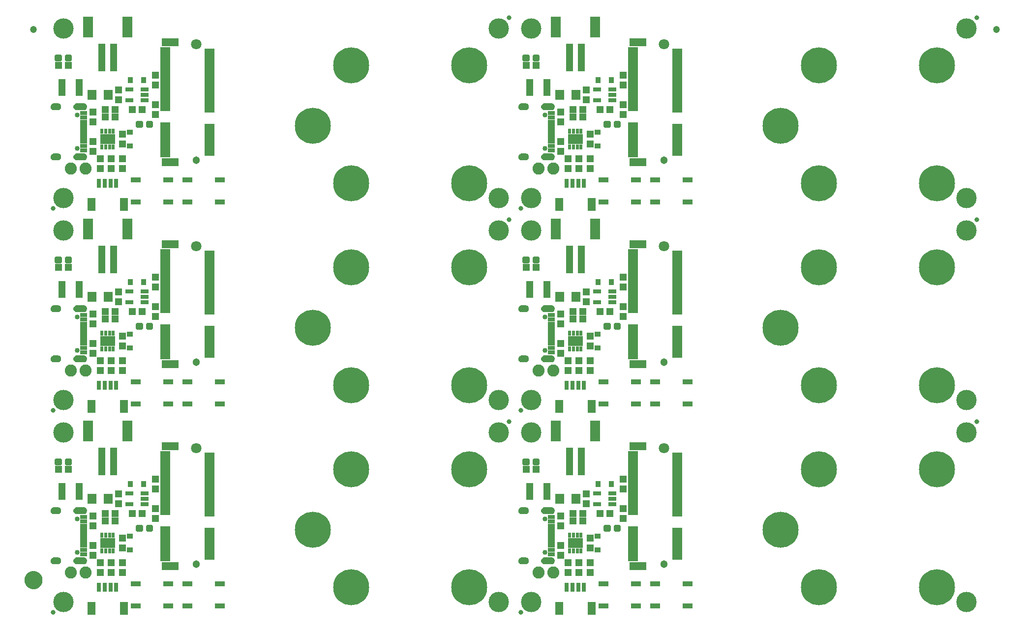
<source format=gts>
G04 EAGLE Gerber RS-274X export*
G75*
%MOMM*%
%FSLAX34Y34*%
%LPD*%
%INSoldermask Top*%
%IPPOS*%
%AMOC8*
5,1,8,0,0,1.08239X$1,22.5*%
G01*
%ADD10R,1.203200X0.503200*%
%ADD11R,1.203200X0.803200*%
%ADD12C,0.853200*%
%ADD13R,1.203200X1.303200*%
%ADD14C,0.838200*%
%ADD15C,3.505200*%
%ADD16R,1.727200X0.965200*%
%ADD17C,6.203200*%
%ADD18R,1.303200X1.203200*%
%ADD19C,0.505344*%
%ADD20C,1.303200*%
%ADD21C,1.803200*%
%ADD22R,1.753200X0.503200*%
%ADD23R,2.953200X1.403200*%
%ADD24R,1.403200X2.203200*%
%ADD25R,0.803200X1.553200*%
%ADD26R,1.203200X4.803200*%
%ADD27R,1.803200X3.603200*%
%ADD28R,0.503200X0.853200*%
%ADD29R,2.553200X1.803200*%
%ADD30R,1.603200X1.803200*%
%ADD31C,2.082800*%
%ADD32R,1.033200X0.833200*%
%ADD33R,1.203200X3.003200*%
%ADD34R,1.403200X0.753200*%
%ADD35R,0.833200X1.033200*%
%ADD36C,1.203200*%
%ADD37C,1.270000*%
%ADD38C,1.703200*%

G36*
X865484Y872814D02*
X865484Y872814D01*
X865487Y872811D01*
X866609Y872966D01*
X866614Y872971D01*
X866618Y872968D01*
X867689Y873339D01*
X867693Y873345D01*
X867698Y873343D01*
X868675Y873916D01*
X868678Y873922D01*
X868683Y873921D01*
X869530Y874674D01*
X869532Y874681D01*
X869537Y874681D01*
X870221Y875584D01*
X870221Y875591D01*
X870226Y875592D01*
X870721Y876611D01*
X870719Y876618D01*
X870724Y876620D01*
X871011Y877717D01*
X871009Y877721D01*
X871011Y877722D01*
X871009Y877724D01*
X871012Y877726D01*
X871079Y878857D01*
X871077Y878861D01*
X871079Y878863D01*
X871012Y879994D01*
X871007Y879999D01*
X871011Y880003D01*
X870724Y881100D01*
X870718Y881104D01*
X870721Y881109D01*
X870226Y882128D01*
X870220Y882131D01*
X870221Y882136D01*
X869537Y883039D01*
X869530Y883041D01*
X869530Y883046D01*
X868683Y883799D01*
X868676Y883799D01*
X868675Y883804D01*
X867698Y884377D01*
X867691Y884376D01*
X867689Y884381D01*
X866618Y884752D01*
X866612Y884749D01*
X866609Y884754D01*
X865487Y884909D01*
X865482Y884906D01*
X865480Y884909D01*
X853480Y884909D01*
X853475Y884906D01*
X853472Y884909D01*
X852205Y884704D01*
X852199Y884698D01*
X852195Y884701D01*
X851005Y884219D01*
X851001Y884212D01*
X850995Y884214D01*
X849942Y883480D01*
X849940Y883472D01*
X849934Y883473D01*
X849071Y882523D01*
X849070Y882514D01*
X849065Y882514D01*
X848435Y881395D01*
X848436Y881387D01*
X848430Y881385D01*
X848065Y880155D01*
X848068Y880147D01*
X848063Y880144D01*
X847981Y878863D01*
X847984Y878859D01*
X847981Y878857D01*
X848063Y877576D01*
X848069Y877570D01*
X848065Y877565D01*
X848430Y876335D01*
X848437Y876330D01*
X848435Y876325D01*
X849065Y875206D01*
X849072Y875203D01*
X849071Y875197D01*
X849934Y874247D01*
X849942Y874246D01*
X849942Y874240D01*
X850995Y873506D01*
X851003Y873506D01*
X851005Y873501D01*
X852195Y873019D01*
X852202Y873021D01*
X852205Y873016D01*
X853472Y872811D01*
X853477Y872814D01*
X853480Y872811D01*
X865480Y872811D01*
X865484Y872814D01*
G37*
G36*
X60304Y872814D02*
X60304Y872814D01*
X60307Y872811D01*
X61429Y872966D01*
X61434Y872971D01*
X61438Y872968D01*
X62509Y873339D01*
X62513Y873345D01*
X62518Y873343D01*
X63495Y873916D01*
X63498Y873922D01*
X63503Y873921D01*
X64350Y874674D01*
X64352Y874681D01*
X64357Y874681D01*
X65041Y875584D01*
X65041Y875591D01*
X65046Y875592D01*
X65541Y876611D01*
X65539Y876618D01*
X65544Y876620D01*
X65831Y877717D01*
X65829Y877721D01*
X65831Y877722D01*
X65829Y877724D01*
X65832Y877726D01*
X65899Y878857D01*
X65897Y878861D01*
X65899Y878863D01*
X65832Y879994D01*
X65827Y879999D01*
X65831Y880003D01*
X65544Y881100D01*
X65538Y881104D01*
X65541Y881109D01*
X65046Y882128D01*
X65040Y882131D01*
X65041Y882136D01*
X64357Y883039D01*
X64350Y883041D01*
X64350Y883046D01*
X63503Y883799D01*
X63496Y883799D01*
X63495Y883804D01*
X62518Y884377D01*
X62511Y884376D01*
X62509Y884381D01*
X61438Y884752D01*
X61432Y884749D01*
X61429Y884754D01*
X60307Y884909D01*
X60302Y884906D01*
X60300Y884909D01*
X48300Y884909D01*
X48295Y884906D01*
X48292Y884909D01*
X47025Y884704D01*
X47019Y884698D01*
X47015Y884701D01*
X45825Y884219D01*
X45821Y884212D01*
X45815Y884214D01*
X44762Y883480D01*
X44760Y883472D01*
X44754Y883473D01*
X43891Y882523D01*
X43890Y882514D01*
X43885Y882514D01*
X43255Y881395D01*
X43256Y881387D01*
X43250Y881385D01*
X42885Y880155D01*
X42888Y880147D01*
X42883Y880144D01*
X42801Y878863D01*
X42804Y878859D01*
X42801Y878857D01*
X42883Y877576D01*
X42889Y877570D01*
X42885Y877565D01*
X43250Y876335D01*
X43257Y876330D01*
X43255Y876325D01*
X43885Y875206D01*
X43892Y875203D01*
X43891Y875197D01*
X44754Y874247D01*
X44762Y874246D01*
X44762Y874240D01*
X45815Y873506D01*
X45823Y873506D01*
X45825Y873501D01*
X47015Y873019D01*
X47022Y873021D01*
X47025Y873016D01*
X48292Y872811D01*
X48297Y872814D01*
X48300Y872811D01*
X60300Y872811D01*
X60304Y872814D01*
G37*
G36*
X865484Y786414D02*
X865484Y786414D01*
X865487Y786411D01*
X866609Y786566D01*
X866614Y786571D01*
X866618Y786568D01*
X867689Y786939D01*
X867693Y786945D01*
X867698Y786943D01*
X868675Y787516D01*
X868678Y787522D01*
X868683Y787521D01*
X869530Y788274D01*
X869532Y788281D01*
X869537Y788281D01*
X870221Y789184D01*
X870221Y789191D01*
X870226Y789192D01*
X870721Y790211D01*
X870719Y790218D01*
X870724Y790220D01*
X871011Y791317D01*
X871009Y791321D01*
X871011Y791322D01*
X871009Y791324D01*
X871012Y791326D01*
X871079Y792457D01*
X871077Y792461D01*
X871079Y792463D01*
X871012Y793594D01*
X871007Y793599D01*
X871011Y793603D01*
X870724Y794700D01*
X870718Y794704D01*
X870721Y794709D01*
X870226Y795728D01*
X870220Y795731D01*
X870221Y795736D01*
X869537Y796639D01*
X869530Y796641D01*
X869530Y796646D01*
X868683Y797399D01*
X868676Y797399D01*
X868675Y797404D01*
X867698Y797977D01*
X867691Y797976D01*
X867689Y797981D01*
X866618Y798352D01*
X866612Y798349D01*
X866609Y798354D01*
X865487Y798509D01*
X865482Y798506D01*
X865480Y798509D01*
X853480Y798509D01*
X853475Y798506D01*
X853472Y798509D01*
X852205Y798304D01*
X852199Y798298D01*
X852195Y798301D01*
X851005Y797819D01*
X851001Y797812D01*
X850995Y797814D01*
X849942Y797080D01*
X849940Y797072D01*
X849934Y797073D01*
X849071Y796123D01*
X849070Y796114D01*
X849065Y796114D01*
X848435Y794995D01*
X848436Y794987D01*
X848430Y794985D01*
X848065Y793755D01*
X848068Y793747D01*
X848063Y793744D01*
X847981Y792463D01*
X847984Y792459D01*
X847981Y792457D01*
X848063Y791176D01*
X848069Y791170D01*
X848065Y791165D01*
X848430Y789935D01*
X848437Y789930D01*
X848435Y789925D01*
X849065Y788806D01*
X849072Y788803D01*
X849071Y788797D01*
X849934Y787847D01*
X849942Y787846D01*
X849942Y787840D01*
X850995Y787106D01*
X851003Y787106D01*
X851005Y787101D01*
X852195Y786619D01*
X852202Y786621D01*
X852205Y786616D01*
X853472Y786411D01*
X853477Y786414D01*
X853480Y786411D01*
X865480Y786411D01*
X865484Y786414D01*
G37*
G36*
X60304Y786414D02*
X60304Y786414D01*
X60307Y786411D01*
X61429Y786566D01*
X61434Y786571D01*
X61438Y786568D01*
X62509Y786939D01*
X62513Y786945D01*
X62518Y786943D01*
X63495Y787516D01*
X63498Y787522D01*
X63503Y787521D01*
X64350Y788274D01*
X64352Y788281D01*
X64357Y788281D01*
X65041Y789184D01*
X65041Y789191D01*
X65046Y789192D01*
X65541Y790211D01*
X65539Y790218D01*
X65544Y790220D01*
X65831Y791317D01*
X65829Y791321D01*
X65831Y791322D01*
X65829Y791324D01*
X65832Y791326D01*
X65899Y792457D01*
X65897Y792461D01*
X65899Y792463D01*
X65832Y793594D01*
X65827Y793599D01*
X65831Y793603D01*
X65544Y794700D01*
X65538Y794704D01*
X65541Y794709D01*
X65046Y795728D01*
X65040Y795731D01*
X65041Y795736D01*
X64357Y796639D01*
X64350Y796641D01*
X64350Y796646D01*
X63503Y797399D01*
X63496Y797399D01*
X63495Y797404D01*
X62518Y797977D01*
X62511Y797976D01*
X62509Y797981D01*
X61438Y798352D01*
X61432Y798349D01*
X61429Y798354D01*
X60307Y798509D01*
X60302Y798506D01*
X60300Y798509D01*
X48300Y798509D01*
X48295Y798506D01*
X48292Y798509D01*
X47025Y798304D01*
X47019Y798298D01*
X47015Y798301D01*
X45825Y797819D01*
X45821Y797812D01*
X45815Y797814D01*
X44762Y797080D01*
X44760Y797072D01*
X44754Y797073D01*
X43891Y796123D01*
X43890Y796114D01*
X43885Y796114D01*
X43255Y794995D01*
X43256Y794987D01*
X43250Y794985D01*
X42885Y793755D01*
X42888Y793747D01*
X42883Y793744D01*
X42801Y792463D01*
X42804Y792459D01*
X42801Y792457D01*
X42883Y791176D01*
X42889Y791170D01*
X42885Y791165D01*
X43250Y789935D01*
X43257Y789930D01*
X43255Y789925D01*
X43885Y788806D01*
X43892Y788803D01*
X43891Y788797D01*
X44754Y787847D01*
X44762Y787846D01*
X44762Y787840D01*
X45815Y787106D01*
X45823Y787106D01*
X45825Y787101D01*
X47015Y786619D01*
X47022Y786621D01*
X47025Y786616D01*
X48292Y786411D01*
X48297Y786414D01*
X48300Y786411D01*
X60300Y786411D01*
X60304Y786414D01*
G37*
G36*
X60304Y524834D02*
X60304Y524834D01*
X60307Y524831D01*
X61429Y524986D01*
X61434Y524991D01*
X61438Y524988D01*
X62509Y525359D01*
X62513Y525365D01*
X62518Y525363D01*
X63495Y525936D01*
X63498Y525942D01*
X63503Y525941D01*
X64350Y526694D01*
X64352Y526701D01*
X64357Y526701D01*
X65041Y527604D01*
X65041Y527611D01*
X65046Y527612D01*
X65541Y528631D01*
X65539Y528638D01*
X65544Y528640D01*
X65831Y529737D01*
X65829Y529741D01*
X65831Y529742D01*
X65829Y529744D01*
X65832Y529746D01*
X65899Y530877D01*
X65897Y530881D01*
X65899Y530883D01*
X65832Y532014D01*
X65827Y532019D01*
X65831Y532023D01*
X65544Y533120D01*
X65538Y533124D01*
X65541Y533129D01*
X65046Y534148D01*
X65040Y534151D01*
X65041Y534156D01*
X64357Y535059D01*
X64350Y535061D01*
X64350Y535066D01*
X63503Y535819D01*
X63496Y535819D01*
X63495Y535824D01*
X62518Y536397D01*
X62511Y536396D01*
X62509Y536401D01*
X61438Y536772D01*
X61432Y536769D01*
X61429Y536774D01*
X60307Y536929D01*
X60302Y536926D01*
X60300Y536929D01*
X48300Y536929D01*
X48295Y536926D01*
X48292Y536929D01*
X47025Y536724D01*
X47019Y536718D01*
X47015Y536721D01*
X45825Y536239D01*
X45821Y536232D01*
X45815Y536234D01*
X44762Y535500D01*
X44760Y535492D01*
X44754Y535493D01*
X43891Y534543D01*
X43890Y534534D01*
X43885Y534534D01*
X43255Y533415D01*
X43256Y533407D01*
X43250Y533405D01*
X42885Y532175D01*
X42888Y532167D01*
X42883Y532164D01*
X42801Y530883D01*
X42804Y530879D01*
X42801Y530877D01*
X42883Y529596D01*
X42889Y529590D01*
X42885Y529585D01*
X43250Y528355D01*
X43257Y528350D01*
X43255Y528345D01*
X43885Y527226D01*
X43892Y527223D01*
X43891Y527217D01*
X44754Y526267D01*
X44762Y526266D01*
X44762Y526260D01*
X45815Y525526D01*
X45823Y525526D01*
X45825Y525521D01*
X47015Y525039D01*
X47022Y525041D01*
X47025Y525036D01*
X48292Y524831D01*
X48297Y524834D01*
X48300Y524831D01*
X60300Y524831D01*
X60304Y524834D01*
G37*
G36*
X865484Y524834D02*
X865484Y524834D01*
X865487Y524831D01*
X866609Y524986D01*
X866614Y524991D01*
X866618Y524988D01*
X867689Y525359D01*
X867693Y525365D01*
X867698Y525363D01*
X868675Y525936D01*
X868678Y525942D01*
X868683Y525941D01*
X869530Y526694D01*
X869532Y526701D01*
X869537Y526701D01*
X870221Y527604D01*
X870221Y527611D01*
X870226Y527612D01*
X870721Y528631D01*
X870719Y528638D01*
X870724Y528640D01*
X871011Y529737D01*
X871009Y529741D01*
X871011Y529742D01*
X871009Y529744D01*
X871012Y529746D01*
X871079Y530877D01*
X871077Y530881D01*
X871079Y530883D01*
X871012Y532014D01*
X871007Y532019D01*
X871011Y532023D01*
X870724Y533120D01*
X870718Y533124D01*
X870721Y533129D01*
X870226Y534148D01*
X870220Y534151D01*
X870221Y534156D01*
X869537Y535059D01*
X869530Y535061D01*
X869530Y535066D01*
X868683Y535819D01*
X868676Y535819D01*
X868675Y535824D01*
X867698Y536397D01*
X867691Y536396D01*
X867689Y536401D01*
X866618Y536772D01*
X866612Y536769D01*
X866609Y536774D01*
X865487Y536929D01*
X865482Y536926D01*
X865480Y536929D01*
X853480Y536929D01*
X853475Y536926D01*
X853472Y536929D01*
X852205Y536724D01*
X852199Y536718D01*
X852195Y536721D01*
X851005Y536239D01*
X851001Y536232D01*
X850995Y536234D01*
X849942Y535500D01*
X849940Y535492D01*
X849934Y535493D01*
X849071Y534543D01*
X849070Y534534D01*
X849065Y534534D01*
X848435Y533415D01*
X848436Y533407D01*
X848430Y533405D01*
X848065Y532175D01*
X848068Y532167D01*
X848063Y532164D01*
X847981Y530883D01*
X847984Y530879D01*
X847981Y530877D01*
X848063Y529596D01*
X848069Y529590D01*
X848065Y529585D01*
X848430Y528355D01*
X848437Y528350D01*
X848435Y528345D01*
X849065Y527226D01*
X849072Y527223D01*
X849071Y527217D01*
X849934Y526267D01*
X849942Y526266D01*
X849942Y526260D01*
X850995Y525526D01*
X851003Y525526D01*
X851005Y525521D01*
X852195Y525039D01*
X852202Y525041D01*
X852205Y525036D01*
X853472Y524831D01*
X853477Y524834D01*
X853480Y524831D01*
X865480Y524831D01*
X865484Y524834D01*
G37*
G36*
X865484Y438434D02*
X865484Y438434D01*
X865487Y438431D01*
X866609Y438586D01*
X866614Y438591D01*
X866618Y438588D01*
X867689Y438959D01*
X867693Y438965D01*
X867698Y438963D01*
X868675Y439536D01*
X868678Y439542D01*
X868683Y439541D01*
X869530Y440294D01*
X869532Y440301D01*
X869537Y440301D01*
X870221Y441204D01*
X870221Y441211D01*
X870226Y441212D01*
X870721Y442231D01*
X870719Y442238D01*
X870724Y442240D01*
X871011Y443337D01*
X871009Y443341D01*
X871011Y443342D01*
X871009Y443344D01*
X871012Y443346D01*
X871079Y444477D01*
X871077Y444481D01*
X871079Y444483D01*
X871012Y445614D01*
X871007Y445619D01*
X871011Y445623D01*
X870724Y446720D01*
X870718Y446724D01*
X870721Y446729D01*
X870226Y447748D01*
X870220Y447751D01*
X870221Y447756D01*
X869537Y448659D01*
X869530Y448661D01*
X869530Y448666D01*
X868683Y449419D01*
X868676Y449419D01*
X868675Y449424D01*
X867698Y449997D01*
X867691Y449996D01*
X867689Y450001D01*
X866618Y450372D01*
X866612Y450369D01*
X866609Y450374D01*
X865487Y450529D01*
X865482Y450526D01*
X865480Y450529D01*
X853480Y450529D01*
X853475Y450526D01*
X853472Y450529D01*
X852205Y450324D01*
X852199Y450318D01*
X852195Y450321D01*
X851005Y449839D01*
X851001Y449832D01*
X850995Y449834D01*
X849942Y449100D01*
X849940Y449092D01*
X849934Y449093D01*
X849071Y448143D01*
X849070Y448134D01*
X849065Y448134D01*
X848435Y447015D01*
X848436Y447007D01*
X848430Y447005D01*
X848065Y445775D01*
X848068Y445767D01*
X848063Y445764D01*
X847981Y444483D01*
X847984Y444479D01*
X847981Y444477D01*
X848063Y443196D01*
X848069Y443190D01*
X848065Y443185D01*
X848430Y441955D01*
X848437Y441950D01*
X848435Y441945D01*
X849065Y440826D01*
X849072Y440823D01*
X849071Y440817D01*
X849934Y439867D01*
X849942Y439866D01*
X849942Y439860D01*
X850995Y439126D01*
X851003Y439126D01*
X851005Y439121D01*
X852195Y438639D01*
X852202Y438641D01*
X852205Y438636D01*
X853472Y438431D01*
X853477Y438434D01*
X853480Y438431D01*
X865480Y438431D01*
X865484Y438434D01*
G37*
G36*
X60304Y438434D02*
X60304Y438434D01*
X60307Y438431D01*
X61429Y438586D01*
X61434Y438591D01*
X61438Y438588D01*
X62509Y438959D01*
X62513Y438965D01*
X62518Y438963D01*
X63495Y439536D01*
X63498Y439542D01*
X63503Y439541D01*
X64350Y440294D01*
X64352Y440301D01*
X64357Y440301D01*
X65041Y441204D01*
X65041Y441211D01*
X65046Y441212D01*
X65541Y442231D01*
X65539Y442238D01*
X65544Y442240D01*
X65831Y443337D01*
X65829Y443341D01*
X65831Y443342D01*
X65829Y443344D01*
X65832Y443346D01*
X65899Y444477D01*
X65897Y444481D01*
X65899Y444483D01*
X65832Y445614D01*
X65827Y445619D01*
X65831Y445623D01*
X65544Y446720D01*
X65538Y446724D01*
X65541Y446729D01*
X65046Y447748D01*
X65040Y447751D01*
X65041Y447756D01*
X64357Y448659D01*
X64350Y448661D01*
X64350Y448666D01*
X63503Y449419D01*
X63496Y449419D01*
X63495Y449424D01*
X62518Y449997D01*
X62511Y449996D01*
X62509Y450001D01*
X61438Y450372D01*
X61432Y450369D01*
X61429Y450374D01*
X60307Y450529D01*
X60302Y450526D01*
X60300Y450529D01*
X48300Y450529D01*
X48295Y450526D01*
X48292Y450529D01*
X47025Y450324D01*
X47019Y450318D01*
X47015Y450321D01*
X45825Y449839D01*
X45821Y449832D01*
X45815Y449834D01*
X44762Y449100D01*
X44760Y449092D01*
X44754Y449093D01*
X43891Y448143D01*
X43890Y448134D01*
X43885Y448134D01*
X43255Y447015D01*
X43256Y447007D01*
X43250Y447005D01*
X42885Y445775D01*
X42888Y445767D01*
X42883Y445764D01*
X42801Y444483D01*
X42804Y444479D01*
X42801Y444477D01*
X42883Y443196D01*
X42889Y443190D01*
X42885Y443185D01*
X43250Y441955D01*
X43257Y441950D01*
X43255Y441945D01*
X43885Y440826D01*
X43892Y440823D01*
X43891Y440817D01*
X44754Y439867D01*
X44762Y439866D01*
X44762Y439860D01*
X45815Y439126D01*
X45823Y439126D01*
X45825Y439121D01*
X47015Y438639D01*
X47022Y438641D01*
X47025Y438636D01*
X48292Y438431D01*
X48297Y438434D01*
X48300Y438431D01*
X60300Y438431D01*
X60304Y438434D01*
G37*
G36*
X60304Y176854D02*
X60304Y176854D01*
X60307Y176851D01*
X61429Y177006D01*
X61434Y177011D01*
X61438Y177008D01*
X62509Y177379D01*
X62513Y177385D01*
X62518Y177383D01*
X63495Y177956D01*
X63498Y177962D01*
X63503Y177961D01*
X64350Y178714D01*
X64352Y178721D01*
X64357Y178721D01*
X65041Y179624D01*
X65041Y179631D01*
X65046Y179632D01*
X65541Y180651D01*
X65539Y180658D01*
X65544Y180660D01*
X65831Y181757D01*
X65829Y181761D01*
X65831Y181762D01*
X65829Y181764D01*
X65832Y181766D01*
X65899Y182897D01*
X65897Y182901D01*
X65899Y182903D01*
X65832Y184034D01*
X65827Y184039D01*
X65831Y184043D01*
X65544Y185140D01*
X65538Y185144D01*
X65541Y185149D01*
X65046Y186168D01*
X65040Y186171D01*
X65041Y186176D01*
X64357Y187079D01*
X64350Y187081D01*
X64350Y187086D01*
X63503Y187839D01*
X63496Y187839D01*
X63495Y187844D01*
X62518Y188417D01*
X62511Y188416D01*
X62509Y188421D01*
X61438Y188792D01*
X61432Y188789D01*
X61429Y188794D01*
X60307Y188949D01*
X60302Y188946D01*
X60300Y188949D01*
X48300Y188949D01*
X48295Y188946D01*
X48292Y188949D01*
X47025Y188744D01*
X47019Y188738D01*
X47015Y188741D01*
X45825Y188259D01*
X45821Y188252D01*
X45815Y188254D01*
X44762Y187520D01*
X44760Y187512D01*
X44754Y187513D01*
X43891Y186563D01*
X43890Y186554D01*
X43885Y186554D01*
X43255Y185435D01*
X43256Y185427D01*
X43250Y185425D01*
X42885Y184195D01*
X42888Y184187D01*
X42883Y184184D01*
X42801Y182903D01*
X42804Y182899D01*
X42801Y182897D01*
X42883Y181616D01*
X42889Y181610D01*
X42885Y181605D01*
X43250Y180375D01*
X43257Y180370D01*
X43255Y180365D01*
X43885Y179246D01*
X43892Y179243D01*
X43891Y179237D01*
X44754Y178287D01*
X44762Y178286D01*
X44762Y178280D01*
X45815Y177546D01*
X45823Y177546D01*
X45825Y177541D01*
X47015Y177059D01*
X47022Y177061D01*
X47025Y177056D01*
X48292Y176851D01*
X48297Y176854D01*
X48300Y176851D01*
X60300Y176851D01*
X60304Y176854D01*
G37*
G36*
X865484Y176854D02*
X865484Y176854D01*
X865487Y176851D01*
X866609Y177006D01*
X866614Y177011D01*
X866618Y177008D01*
X867689Y177379D01*
X867693Y177385D01*
X867698Y177383D01*
X868675Y177956D01*
X868678Y177962D01*
X868683Y177961D01*
X869530Y178714D01*
X869532Y178721D01*
X869537Y178721D01*
X870221Y179624D01*
X870221Y179631D01*
X870226Y179632D01*
X870721Y180651D01*
X870719Y180658D01*
X870724Y180660D01*
X871011Y181757D01*
X871009Y181761D01*
X871011Y181762D01*
X871009Y181764D01*
X871012Y181766D01*
X871079Y182897D01*
X871077Y182901D01*
X871079Y182903D01*
X871012Y184034D01*
X871007Y184039D01*
X871011Y184043D01*
X870724Y185140D01*
X870718Y185144D01*
X870721Y185149D01*
X870226Y186168D01*
X870220Y186171D01*
X870221Y186176D01*
X869537Y187079D01*
X869530Y187081D01*
X869530Y187086D01*
X868683Y187839D01*
X868676Y187839D01*
X868675Y187844D01*
X867698Y188417D01*
X867691Y188416D01*
X867689Y188421D01*
X866618Y188792D01*
X866612Y188789D01*
X866609Y188794D01*
X865487Y188949D01*
X865482Y188946D01*
X865480Y188949D01*
X853480Y188949D01*
X853475Y188946D01*
X853472Y188949D01*
X852205Y188744D01*
X852199Y188738D01*
X852195Y188741D01*
X851005Y188259D01*
X851001Y188252D01*
X850995Y188254D01*
X849942Y187520D01*
X849940Y187512D01*
X849934Y187513D01*
X849071Y186563D01*
X849070Y186554D01*
X849065Y186554D01*
X848435Y185435D01*
X848436Y185427D01*
X848430Y185425D01*
X848065Y184195D01*
X848068Y184187D01*
X848063Y184184D01*
X847981Y182903D01*
X847984Y182899D01*
X847981Y182897D01*
X848063Y181616D01*
X848069Y181610D01*
X848065Y181605D01*
X848430Y180375D01*
X848437Y180370D01*
X848435Y180365D01*
X849065Y179246D01*
X849072Y179243D01*
X849071Y179237D01*
X849934Y178287D01*
X849942Y178286D01*
X849942Y178280D01*
X850995Y177546D01*
X851003Y177546D01*
X851005Y177541D01*
X852195Y177059D01*
X852202Y177061D01*
X852205Y177056D01*
X853472Y176851D01*
X853477Y176854D01*
X853480Y176851D01*
X865480Y176851D01*
X865484Y176854D01*
G37*
G36*
X60304Y90454D02*
X60304Y90454D01*
X60307Y90451D01*
X61429Y90606D01*
X61434Y90611D01*
X61438Y90608D01*
X62509Y90979D01*
X62513Y90985D01*
X62518Y90983D01*
X63495Y91556D01*
X63498Y91562D01*
X63503Y91561D01*
X64350Y92314D01*
X64352Y92321D01*
X64357Y92321D01*
X65041Y93224D01*
X65041Y93231D01*
X65046Y93232D01*
X65541Y94251D01*
X65539Y94258D01*
X65544Y94260D01*
X65831Y95357D01*
X65829Y95361D01*
X65831Y95362D01*
X65829Y95364D01*
X65832Y95366D01*
X65899Y96497D01*
X65897Y96501D01*
X65899Y96503D01*
X65832Y97634D01*
X65827Y97639D01*
X65831Y97643D01*
X65544Y98740D01*
X65538Y98744D01*
X65541Y98749D01*
X65046Y99768D01*
X65040Y99771D01*
X65041Y99776D01*
X64357Y100679D01*
X64350Y100681D01*
X64350Y100686D01*
X63503Y101439D01*
X63496Y101439D01*
X63495Y101444D01*
X62518Y102017D01*
X62511Y102016D01*
X62509Y102021D01*
X61438Y102392D01*
X61432Y102389D01*
X61429Y102394D01*
X60307Y102549D01*
X60302Y102546D01*
X60300Y102549D01*
X48300Y102549D01*
X48295Y102546D01*
X48292Y102549D01*
X47025Y102344D01*
X47019Y102338D01*
X47015Y102341D01*
X45825Y101859D01*
X45821Y101852D01*
X45815Y101854D01*
X44762Y101120D01*
X44760Y101112D01*
X44754Y101113D01*
X43891Y100163D01*
X43890Y100154D01*
X43885Y100154D01*
X43255Y99035D01*
X43256Y99027D01*
X43250Y99025D01*
X42885Y97795D01*
X42888Y97787D01*
X42883Y97784D01*
X42801Y96503D01*
X42804Y96499D01*
X42801Y96497D01*
X42883Y95216D01*
X42889Y95210D01*
X42885Y95205D01*
X43250Y93975D01*
X43257Y93970D01*
X43255Y93965D01*
X43885Y92846D01*
X43892Y92843D01*
X43891Y92837D01*
X44754Y91887D01*
X44762Y91886D01*
X44762Y91880D01*
X45815Y91146D01*
X45823Y91146D01*
X45825Y91141D01*
X47015Y90659D01*
X47022Y90661D01*
X47025Y90656D01*
X48292Y90451D01*
X48297Y90454D01*
X48300Y90451D01*
X60300Y90451D01*
X60304Y90454D01*
G37*
G36*
X865484Y90454D02*
X865484Y90454D01*
X865487Y90451D01*
X866609Y90606D01*
X866614Y90611D01*
X866618Y90608D01*
X867689Y90979D01*
X867693Y90985D01*
X867698Y90983D01*
X868675Y91556D01*
X868678Y91562D01*
X868683Y91561D01*
X869530Y92314D01*
X869532Y92321D01*
X869537Y92321D01*
X870221Y93224D01*
X870221Y93231D01*
X870226Y93232D01*
X870721Y94251D01*
X870719Y94258D01*
X870724Y94260D01*
X871011Y95357D01*
X871009Y95361D01*
X871011Y95362D01*
X871009Y95364D01*
X871012Y95366D01*
X871079Y96497D01*
X871077Y96501D01*
X871079Y96503D01*
X871012Y97634D01*
X871007Y97639D01*
X871011Y97643D01*
X870724Y98740D01*
X870718Y98744D01*
X870721Y98749D01*
X870226Y99768D01*
X870220Y99771D01*
X870221Y99776D01*
X869537Y100679D01*
X869530Y100681D01*
X869530Y100686D01*
X868683Y101439D01*
X868676Y101439D01*
X868675Y101444D01*
X867698Y102017D01*
X867691Y102016D01*
X867689Y102021D01*
X866618Y102392D01*
X866612Y102389D01*
X866609Y102394D01*
X865487Y102549D01*
X865482Y102546D01*
X865480Y102549D01*
X853480Y102549D01*
X853475Y102546D01*
X853472Y102549D01*
X852205Y102344D01*
X852199Y102338D01*
X852195Y102341D01*
X851005Y101859D01*
X851001Y101852D01*
X850995Y101854D01*
X849942Y101120D01*
X849940Y101112D01*
X849934Y101113D01*
X849071Y100163D01*
X849070Y100154D01*
X849065Y100154D01*
X848435Y99035D01*
X848436Y99027D01*
X848430Y99025D01*
X848065Y97795D01*
X848068Y97787D01*
X848063Y97784D01*
X847981Y96503D01*
X847984Y96499D01*
X847981Y96497D01*
X848063Y95216D01*
X848069Y95210D01*
X848065Y95205D01*
X848430Y93975D01*
X848437Y93970D01*
X848435Y93965D01*
X849065Y92846D01*
X849072Y92843D01*
X849071Y92837D01*
X849934Y91887D01*
X849942Y91886D01*
X849942Y91880D01*
X850995Y91146D01*
X851003Y91146D01*
X851005Y91141D01*
X852195Y90659D01*
X852202Y90661D01*
X852205Y90656D01*
X853472Y90451D01*
X853477Y90454D01*
X853480Y90451D01*
X865480Y90451D01*
X865484Y90454D01*
G37*
G36*
X15503Y872813D02*
X15503Y872813D01*
X15505Y872811D01*
X16681Y872922D01*
X16686Y872927D01*
X16690Y872924D01*
X17822Y873262D01*
X17826Y873268D01*
X17831Y873266D01*
X18875Y873818D01*
X18878Y873825D01*
X18883Y873823D01*
X19799Y874569D01*
X19800Y874576D01*
X19806Y874576D01*
X20559Y875486D01*
X20559Y875493D01*
X20564Y875494D01*
X21125Y876533D01*
X21124Y876538D01*
X21128Y876540D01*
X21127Y876541D01*
X21129Y876542D01*
X21476Y877671D01*
X21476Y877672D01*
X21477Y877673D01*
X21474Y877677D01*
X21478Y877680D01*
X21599Y878855D01*
X21595Y878862D01*
X21599Y878866D01*
X21442Y880206D01*
X21437Y880212D01*
X21440Y880217D01*
X20989Y881488D01*
X20982Y881493D01*
X20984Y881498D01*
X20262Y882637D01*
X20254Y882640D01*
X20255Y882646D01*
X19297Y883596D01*
X19289Y883597D01*
X19288Y883603D01*
X18143Y884316D01*
X18135Y884315D01*
X18133Y884321D01*
X16857Y884761D01*
X16850Y884759D01*
X16847Y884763D01*
X15505Y884909D01*
X15502Y884907D01*
X15500Y884909D01*
X9500Y884909D01*
X9497Y884907D01*
X9494Y884909D01*
X8165Y884754D01*
X8159Y884748D01*
X8155Y884751D01*
X6894Y884304D01*
X6889Y884297D01*
X6884Y884299D01*
X5754Y883582D01*
X5751Y883575D01*
X5745Y883576D01*
X4803Y882626D01*
X4802Y882617D01*
X4796Y882617D01*
X4089Y881481D01*
X4090Y881473D01*
X4084Y881471D01*
X3648Y880206D01*
X3650Y880198D01*
X3645Y880196D01*
X3501Y878865D01*
X3505Y878859D01*
X3501Y878855D01*
X3611Y877689D01*
X3616Y877684D01*
X3613Y877680D01*
X3948Y876557D01*
X3954Y876553D01*
X3952Y876549D01*
X4500Y875513D01*
X4506Y875510D01*
X4505Y875505D01*
X5244Y874597D01*
X5251Y874595D01*
X5251Y874590D01*
X6153Y873843D01*
X6161Y873843D01*
X6161Y873838D01*
X7192Y873281D01*
X7199Y873282D01*
X7201Y873277D01*
X8320Y872933D01*
X8327Y872935D01*
X8330Y872931D01*
X9495Y872811D01*
X9498Y872813D01*
X9500Y872811D01*
X15500Y872811D01*
X15503Y872813D01*
G37*
G36*
X820683Y872813D02*
X820683Y872813D01*
X820685Y872811D01*
X821861Y872922D01*
X821866Y872927D01*
X821870Y872924D01*
X823002Y873262D01*
X823006Y873268D01*
X823011Y873266D01*
X824055Y873818D01*
X824058Y873825D01*
X824063Y873823D01*
X824979Y874569D01*
X824980Y874576D01*
X824986Y874576D01*
X825739Y875486D01*
X825739Y875493D01*
X825744Y875494D01*
X826305Y876533D01*
X826304Y876538D01*
X826308Y876540D01*
X826307Y876541D01*
X826309Y876542D01*
X826656Y877671D01*
X826656Y877672D01*
X826657Y877673D01*
X826654Y877677D01*
X826658Y877680D01*
X826779Y878855D01*
X826775Y878862D01*
X826779Y878866D01*
X826622Y880206D01*
X826617Y880212D01*
X826620Y880217D01*
X826169Y881488D01*
X826162Y881493D01*
X826164Y881498D01*
X825442Y882637D01*
X825434Y882640D01*
X825435Y882646D01*
X824477Y883596D01*
X824469Y883597D01*
X824468Y883603D01*
X823323Y884316D01*
X823315Y884315D01*
X823313Y884321D01*
X822037Y884761D01*
X822030Y884759D01*
X822027Y884763D01*
X820685Y884909D01*
X820682Y884907D01*
X820680Y884909D01*
X814680Y884909D01*
X814677Y884907D01*
X814674Y884909D01*
X813345Y884754D01*
X813339Y884748D01*
X813335Y884751D01*
X812074Y884304D01*
X812069Y884297D01*
X812064Y884299D01*
X810934Y883582D01*
X810931Y883575D01*
X810925Y883576D01*
X809983Y882626D01*
X809982Y882617D01*
X809976Y882617D01*
X809269Y881481D01*
X809270Y881473D01*
X809264Y881471D01*
X808828Y880206D01*
X808830Y880198D01*
X808825Y880196D01*
X808681Y878865D01*
X808685Y878859D01*
X808681Y878855D01*
X808791Y877689D01*
X808796Y877684D01*
X808793Y877680D01*
X809128Y876557D01*
X809134Y876553D01*
X809132Y876549D01*
X809680Y875513D01*
X809686Y875510D01*
X809685Y875505D01*
X810424Y874597D01*
X810431Y874595D01*
X810431Y874590D01*
X811333Y873843D01*
X811341Y873843D01*
X811341Y873838D01*
X812372Y873281D01*
X812379Y873282D01*
X812381Y873277D01*
X813500Y872933D01*
X813507Y872935D01*
X813510Y872931D01*
X814675Y872811D01*
X814678Y872813D01*
X814680Y872811D01*
X820680Y872811D01*
X820683Y872813D01*
G37*
G36*
X15503Y786413D02*
X15503Y786413D01*
X15505Y786411D01*
X16681Y786522D01*
X16686Y786527D01*
X16690Y786524D01*
X17822Y786862D01*
X17826Y786868D01*
X17831Y786866D01*
X18875Y787418D01*
X18878Y787425D01*
X18883Y787423D01*
X19799Y788169D01*
X19800Y788176D01*
X19806Y788176D01*
X20559Y789086D01*
X20559Y789093D01*
X20564Y789094D01*
X21125Y790133D01*
X21124Y790138D01*
X21128Y790140D01*
X21127Y790141D01*
X21129Y790142D01*
X21476Y791271D01*
X21476Y791272D01*
X21477Y791273D01*
X21474Y791277D01*
X21478Y791280D01*
X21599Y792455D01*
X21595Y792462D01*
X21599Y792466D01*
X21442Y793806D01*
X21437Y793812D01*
X21440Y793817D01*
X20989Y795088D01*
X20982Y795093D01*
X20984Y795098D01*
X20262Y796237D01*
X20254Y796240D01*
X20255Y796246D01*
X19297Y797196D01*
X19289Y797197D01*
X19288Y797203D01*
X18143Y797916D01*
X18135Y797915D01*
X18133Y797921D01*
X16857Y798361D01*
X16850Y798359D01*
X16847Y798363D01*
X15505Y798509D01*
X15502Y798507D01*
X15500Y798509D01*
X9500Y798509D01*
X9497Y798507D01*
X9494Y798509D01*
X8165Y798354D01*
X8159Y798348D01*
X8155Y798351D01*
X6894Y797904D01*
X6889Y797897D01*
X6884Y797899D01*
X5754Y797182D01*
X5751Y797175D01*
X5745Y797176D01*
X4803Y796226D01*
X4802Y796217D01*
X4796Y796217D01*
X4089Y795081D01*
X4090Y795073D01*
X4084Y795071D01*
X3648Y793806D01*
X3650Y793798D01*
X3645Y793796D01*
X3501Y792465D01*
X3505Y792459D01*
X3501Y792455D01*
X3611Y791289D01*
X3616Y791284D01*
X3613Y791280D01*
X3948Y790157D01*
X3954Y790153D01*
X3952Y790149D01*
X4500Y789113D01*
X4506Y789110D01*
X4505Y789105D01*
X5244Y788197D01*
X5251Y788195D01*
X5251Y788190D01*
X6153Y787443D01*
X6161Y787443D01*
X6161Y787438D01*
X7192Y786881D01*
X7199Y786882D01*
X7201Y786877D01*
X8320Y786533D01*
X8327Y786535D01*
X8330Y786531D01*
X9495Y786411D01*
X9498Y786413D01*
X9500Y786411D01*
X15500Y786411D01*
X15503Y786413D01*
G37*
G36*
X820683Y786413D02*
X820683Y786413D01*
X820685Y786411D01*
X821861Y786522D01*
X821866Y786527D01*
X821870Y786524D01*
X823002Y786862D01*
X823006Y786868D01*
X823011Y786866D01*
X824055Y787418D01*
X824058Y787425D01*
X824063Y787423D01*
X824979Y788169D01*
X824980Y788176D01*
X824986Y788176D01*
X825739Y789086D01*
X825739Y789093D01*
X825744Y789094D01*
X826305Y790133D01*
X826304Y790138D01*
X826308Y790140D01*
X826307Y790141D01*
X826309Y790142D01*
X826656Y791271D01*
X826656Y791272D01*
X826657Y791273D01*
X826654Y791277D01*
X826658Y791280D01*
X826779Y792455D01*
X826775Y792462D01*
X826779Y792466D01*
X826622Y793806D01*
X826617Y793812D01*
X826620Y793817D01*
X826169Y795088D01*
X826162Y795093D01*
X826164Y795098D01*
X825442Y796237D01*
X825434Y796240D01*
X825435Y796246D01*
X824477Y797196D01*
X824469Y797197D01*
X824468Y797203D01*
X823323Y797916D01*
X823315Y797915D01*
X823313Y797921D01*
X822037Y798361D01*
X822030Y798359D01*
X822027Y798363D01*
X820685Y798509D01*
X820682Y798507D01*
X820680Y798509D01*
X814680Y798509D01*
X814677Y798507D01*
X814674Y798509D01*
X813345Y798354D01*
X813339Y798348D01*
X813335Y798351D01*
X812074Y797904D01*
X812069Y797897D01*
X812064Y797899D01*
X810934Y797182D01*
X810931Y797175D01*
X810925Y797176D01*
X809983Y796226D01*
X809982Y796217D01*
X809976Y796217D01*
X809269Y795081D01*
X809270Y795073D01*
X809264Y795071D01*
X808828Y793806D01*
X808830Y793798D01*
X808825Y793796D01*
X808681Y792465D01*
X808685Y792459D01*
X808681Y792455D01*
X808791Y791289D01*
X808796Y791284D01*
X808793Y791280D01*
X809128Y790157D01*
X809134Y790153D01*
X809132Y790149D01*
X809680Y789113D01*
X809686Y789110D01*
X809685Y789105D01*
X810424Y788197D01*
X810431Y788195D01*
X810431Y788190D01*
X811333Y787443D01*
X811341Y787443D01*
X811341Y787438D01*
X812372Y786881D01*
X812379Y786882D01*
X812381Y786877D01*
X813500Y786533D01*
X813507Y786535D01*
X813510Y786531D01*
X814675Y786411D01*
X814678Y786413D01*
X814680Y786411D01*
X820680Y786411D01*
X820683Y786413D01*
G37*
G36*
X15503Y524833D02*
X15503Y524833D01*
X15505Y524831D01*
X16681Y524942D01*
X16686Y524947D01*
X16690Y524944D01*
X17822Y525282D01*
X17826Y525288D01*
X17831Y525286D01*
X18875Y525838D01*
X18878Y525845D01*
X18883Y525843D01*
X19799Y526589D01*
X19800Y526596D01*
X19806Y526596D01*
X20559Y527506D01*
X20559Y527513D01*
X20564Y527514D01*
X21125Y528553D01*
X21124Y528558D01*
X21128Y528560D01*
X21127Y528561D01*
X21129Y528562D01*
X21476Y529691D01*
X21476Y529692D01*
X21477Y529693D01*
X21474Y529697D01*
X21478Y529700D01*
X21599Y530875D01*
X21595Y530882D01*
X21599Y530886D01*
X21442Y532226D01*
X21437Y532232D01*
X21440Y532237D01*
X20989Y533508D01*
X20982Y533513D01*
X20984Y533518D01*
X20262Y534657D01*
X20254Y534660D01*
X20255Y534666D01*
X19297Y535616D01*
X19289Y535617D01*
X19288Y535623D01*
X18143Y536336D01*
X18135Y536335D01*
X18133Y536341D01*
X16857Y536781D01*
X16850Y536779D01*
X16847Y536783D01*
X15505Y536929D01*
X15502Y536927D01*
X15500Y536929D01*
X9500Y536929D01*
X9497Y536927D01*
X9494Y536929D01*
X8165Y536774D01*
X8159Y536768D01*
X8155Y536771D01*
X6894Y536324D01*
X6889Y536317D01*
X6884Y536319D01*
X5754Y535602D01*
X5751Y535595D01*
X5745Y535596D01*
X4803Y534646D01*
X4802Y534637D01*
X4796Y534637D01*
X4089Y533501D01*
X4090Y533493D01*
X4084Y533491D01*
X3648Y532226D01*
X3650Y532218D01*
X3645Y532216D01*
X3501Y530885D01*
X3505Y530879D01*
X3501Y530875D01*
X3611Y529709D01*
X3616Y529704D01*
X3613Y529700D01*
X3948Y528577D01*
X3954Y528573D01*
X3952Y528569D01*
X4500Y527533D01*
X4506Y527530D01*
X4505Y527525D01*
X5244Y526617D01*
X5251Y526615D01*
X5251Y526610D01*
X6153Y525863D01*
X6161Y525863D01*
X6161Y525858D01*
X7192Y525301D01*
X7199Y525302D01*
X7201Y525297D01*
X8320Y524953D01*
X8327Y524955D01*
X8330Y524951D01*
X9495Y524831D01*
X9498Y524833D01*
X9500Y524831D01*
X15500Y524831D01*
X15503Y524833D01*
G37*
G36*
X820683Y524833D02*
X820683Y524833D01*
X820685Y524831D01*
X821861Y524942D01*
X821866Y524947D01*
X821870Y524944D01*
X823002Y525282D01*
X823006Y525288D01*
X823011Y525286D01*
X824055Y525838D01*
X824058Y525845D01*
X824063Y525843D01*
X824979Y526589D01*
X824980Y526596D01*
X824986Y526596D01*
X825739Y527506D01*
X825739Y527513D01*
X825744Y527514D01*
X826305Y528553D01*
X826304Y528558D01*
X826308Y528560D01*
X826307Y528561D01*
X826309Y528562D01*
X826656Y529691D01*
X826656Y529692D01*
X826657Y529693D01*
X826654Y529697D01*
X826658Y529700D01*
X826779Y530875D01*
X826775Y530882D01*
X826779Y530886D01*
X826622Y532226D01*
X826617Y532232D01*
X826620Y532237D01*
X826169Y533508D01*
X826162Y533513D01*
X826164Y533518D01*
X825442Y534657D01*
X825434Y534660D01*
X825435Y534666D01*
X824477Y535616D01*
X824469Y535617D01*
X824468Y535623D01*
X823323Y536336D01*
X823315Y536335D01*
X823313Y536341D01*
X822037Y536781D01*
X822030Y536779D01*
X822027Y536783D01*
X820685Y536929D01*
X820682Y536927D01*
X820680Y536929D01*
X814680Y536929D01*
X814677Y536927D01*
X814674Y536929D01*
X813345Y536774D01*
X813339Y536768D01*
X813335Y536771D01*
X812074Y536324D01*
X812069Y536317D01*
X812064Y536319D01*
X810934Y535602D01*
X810931Y535595D01*
X810925Y535596D01*
X809983Y534646D01*
X809982Y534637D01*
X809976Y534637D01*
X809269Y533501D01*
X809270Y533493D01*
X809264Y533491D01*
X808828Y532226D01*
X808830Y532218D01*
X808825Y532216D01*
X808681Y530885D01*
X808685Y530879D01*
X808681Y530875D01*
X808791Y529709D01*
X808796Y529704D01*
X808793Y529700D01*
X809128Y528577D01*
X809134Y528573D01*
X809132Y528569D01*
X809680Y527533D01*
X809686Y527530D01*
X809685Y527525D01*
X810424Y526617D01*
X810431Y526615D01*
X810431Y526610D01*
X811333Y525863D01*
X811341Y525863D01*
X811341Y525858D01*
X812372Y525301D01*
X812379Y525302D01*
X812381Y525297D01*
X813500Y524953D01*
X813507Y524955D01*
X813510Y524951D01*
X814675Y524831D01*
X814678Y524833D01*
X814680Y524831D01*
X820680Y524831D01*
X820683Y524833D01*
G37*
G36*
X820683Y438433D02*
X820683Y438433D01*
X820685Y438431D01*
X821861Y438542D01*
X821866Y438547D01*
X821870Y438544D01*
X823002Y438882D01*
X823006Y438888D01*
X823011Y438886D01*
X824055Y439438D01*
X824058Y439445D01*
X824063Y439443D01*
X824979Y440189D01*
X824980Y440196D01*
X824986Y440196D01*
X825739Y441106D01*
X825739Y441113D01*
X825744Y441114D01*
X826305Y442153D01*
X826304Y442158D01*
X826308Y442160D01*
X826307Y442161D01*
X826309Y442162D01*
X826656Y443291D01*
X826656Y443292D01*
X826657Y443293D01*
X826654Y443297D01*
X826658Y443300D01*
X826779Y444475D01*
X826775Y444482D01*
X826779Y444486D01*
X826622Y445826D01*
X826617Y445832D01*
X826620Y445837D01*
X826169Y447108D01*
X826162Y447113D01*
X826164Y447118D01*
X825442Y448257D01*
X825434Y448260D01*
X825435Y448266D01*
X824477Y449216D01*
X824469Y449217D01*
X824468Y449223D01*
X823323Y449936D01*
X823315Y449935D01*
X823313Y449941D01*
X822037Y450381D01*
X822030Y450379D01*
X822027Y450383D01*
X820685Y450529D01*
X820682Y450527D01*
X820680Y450529D01*
X814680Y450529D01*
X814677Y450527D01*
X814674Y450529D01*
X813345Y450374D01*
X813339Y450368D01*
X813335Y450371D01*
X812074Y449924D01*
X812069Y449917D01*
X812064Y449919D01*
X810934Y449202D01*
X810931Y449195D01*
X810925Y449196D01*
X809983Y448246D01*
X809982Y448237D01*
X809976Y448237D01*
X809269Y447101D01*
X809270Y447093D01*
X809264Y447091D01*
X808828Y445826D01*
X808830Y445818D01*
X808825Y445816D01*
X808681Y444485D01*
X808685Y444479D01*
X808681Y444475D01*
X808791Y443309D01*
X808796Y443304D01*
X808793Y443300D01*
X809128Y442177D01*
X809134Y442173D01*
X809132Y442169D01*
X809680Y441133D01*
X809686Y441130D01*
X809685Y441125D01*
X810424Y440217D01*
X810431Y440215D01*
X810431Y440210D01*
X811333Y439463D01*
X811341Y439463D01*
X811341Y439458D01*
X812372Y438901D01*
X812379Y438902D01*
X812381Y438897D01*
X813500Y438553D01*
X813507Y438555D01*
X813510Y438551D01*
X814675Y438431D01*
X814678Y438433D01*
X814680Y438431D01*
X820680Y438431D01*
X820683Y438433D01*
G37*
G36*
X15503Y438433D02*
X15503Y438433D01*
X15505Y438431D01*
X16681Y438542D01*
X16686Y438547D01*
X16690Y438544D01*
X17822Y438882D01*
X17826Y438888D01*
X17831Y438886D01*
X18875Y439438D01*
X18878Y439445D01*
X18883Y439443D01*
X19799Y440189D01*
X19800Y440196D01*
X19806Y440196D01*
X20559Y441106D01*
X20559Y441113D01*
X20564Y441114D01*
X21125Y442153D01*
X21124Y442158D01*
X21128Y442160D01*
X21127Y442161D01*
X21129Y442162D01*
X21476Y443291D01*
X21476Y443292D01*
X21477Y443293D01*
X21474Y443297D01*
X21478Y443300D01*
X21599Y444475D01*
X21595Y444482D01*
X21599Y444486D01*
X21442Y445826D01*
X21437Y445832D01*
X21440Y445837D01*
X20989Y447108D01*
X20982Y447113D01*
X20984Y447118D01*
X20262Y448257D01*
X20254Y448260D01*
X20255Y448266D01*
X19297Y449216D01*
X19289Y449217D01*
X19288Y449223D01*
X18143Y449936D01*
X18135Y449935D01*
X18133Y449941D01*
X16857Y450381D01*
X16850Y450379D01*
X16847Y450383D01*
X15505Y450529D01*
X15502Y450527D01*
X15500Y450529D01*
X9500Y450529D01*
X9497Y450527D01*
X9494Y450529D01*
X8165Y450374D01*
X8159Y450368D01*
X8155Y450371D01*
X6894Y449924D01*
X6889Y449917D01*
X6884Y449919D01*
X5754Y449202D01*
X5751Y449195D01*
X5745Y449196D01*
X4803Y448246D01*
X4802Y448237D01*
X4796Y448237D01*
X4089Y447101D01*
X4090Y447093D01*
X4084Y447091D01*
X3648Y445826D01*
X3650Y445818D01*
X3645Y445816D01*
X3501Y444485D01*
X3505Y444479D01*
X3501Y444475D01*
X3611Y443309D01*
X3616Y443304D01*
X3613Y443300D01*
X3948Y442177D01*
X3954Y442173D01*
X3952Y442169D01*
X4500Y441133D01*
X4506Y441130D01*
X4505Y441125D01*
X5244Y440217D01*
X5251Y440215D01*
X5251Y440210D01*
X6153Y439463D01*
X6161Y439463D01*
X6161Y439458D01*
X7192Y438901D01*
X7199Y438902D01*
X7201Y438897D01*
X8320Y438553D01*
X8327Y438555D01*
X8330Y438551D01*
X9495Y438431D01*
X9498Y438433D01*
X9500Y438431D01*
X15500Y438431D01*
X15503Y438433D01*
G37*
G36*
X820683Y176853D02*
X820683Y176853D01*
X820685Y176851D01*
X821861Y176962D01*
X821866Y176967D01*
X821870Y176964D01*
X823002Y177302D01*
X823006Y177308D01*
X823011Y177306D01*
X824055Y177858D01*
X824058Y177865D01*
X824063Y177863D01*
X824979Y178609D01*
X824980Y178616D01*
X824986Y178616D01*
X825739Y179526D01*
X825739Y179533D01*
X825744Y179534D01*
X826305Y180573D01*
X826304Y180578D01*
X826308Y180580D01*
X826307Y180581D01*
X826309Y180582D01*
X826656Y181711D01*
X826656Y181712D01*
X826657Y181713D01*
X826654Y181717D01*
X826658Y181720D01*
X826779Y182895D01*
X826775Y182902D01*
X826779Y182906D01*
X826622Y184246D01*
X826617Y184252D01*
X826620Y184257D01*
X826169Y185528D01*
X826162Y185533D01*
X826164Y185538D01*
X825442Y186677D01*
X825434Y186680D01*
X825435Y186686D01*
X824477Y187636D01*
X824469Y187637D01*
X824468Y187643D01*
X823323Y188356D01*
X823315Y188355D01*
X823313Y188361D01*
X822037Y188801D01*
X822030Y188799D01*
X822027Y188803D01*
X820685Y188949D01*
X820682Y188947D01*
X820680Y188949D01*
X814680Y188949D01*
X814677Y188947D01*
X814674Y188949D01*
X813345Y188794D01*
X813339Y188788D01*
X813335Y188791D01*
X812074Y188344D01*
X812069Y188337D01*
X812064Y188339D01*
X810934Y187622D01*
X810931Y187615D01*
X810925Y187616D01*
X809983Y186666D01*
X809982Y186657D01*
X809976Y186657D01*
X809269Y185521D01*
X809270Y185513D01*
X809264Y185511D01*
X808828Y184246D01*
X808830Y184238D01*
X808825Y184236D01*
X808681Y182905D01*
X808685Y182899D01*
X808681Y182895D01*
X808791Y181729D01*
X808796Y181724D01*
X808793Y181720D01*
X809128Y180597D01*
X809134Y180593D01*
X809132Y180589D01*
X809680Y179553D01*
X809686Y179550D01*
X809685Y179545D01*
X810424Y178637D01*
X810431Y178635D01*
X810431Y178630D01*
X811333Y177883D01*
X811341Y177883D01*
X811341Y177878D01*
X812372Y177321D01*
X812379Y177322D01*
X812381Y177317D01*
X813500Y176973D01*
X813507Y176975D01*
X813510Y176971D01*
X814675Y176851D01*
X814678Y176853D01*
X814680Y176851D01*
X820680Y176851D01*
X820683Y176853D01*
G37*
G36*
X15503Y176853D02*
X15503Y176853D01*
X15505Y176851D01*
X16681Y176962D01*
X16686Y176967D01*
X16690Y176964D01*
X17822Y177302D01*
X17826Y177308D01*
X17831Y177306D01*
X18875Y177858D01*
X18878Y177865D01*
X18883Y177863D01*
X19799Y178609D01*
X19800Y178616D01*
X19806Y178616D01*
X20559Y179526D01*
X20559Y179533D01*
X20564Y179534D01*
X21125Y180573D01*
X21124Y180578D01*
X21128Y180580D01*
X21127Y180581D01*
X21129Y180582D01*
X21476Y181711D01*
X21476Y181712D01*
X21477Y181713D01*
X21474Y181717D01*
X21478Y181720D01*
X21599Y182895D01*
X21595Y182902D01*
X21599Y182906D01*
X21442Y184246D01*
X21437Y184252D01*
X21440Y184257D01*
X20989Y185528D01*
X20982Y185533D01*
X20984Y185538D01*
X20262Y186677D01*
X20254Y186680D01*
X20255Y186686D01*
X19297Y187636D01*
X19289Y187637D01*
X19288Y187643D01*
X18143Y188356D01*
X18135Y188355D01*
X18133Y188361D01*
X16857Y188801D01*
X16850Y188799D01*
X16847Y188803D01*
X15505Y188949D01*
X15502Y188947D01*
X15500Y188949D01*
X9500Y188949D01*
X9497Y188947D01*
X9494Y188949D01*
X8165Y188794D01*
X8159Y188788D01*
X8155Y188791D01*
X6894Y188344D01*
X6889Y188337D01*
X6884Y188339D01*
X5754Y187622D01*
X5751Y187615D01*
X5745Y187616D01*
X4803Y186666D01*
X4802Y186657D01*
X4796Y186657D01*
X4089Y185521D01*
X4090Y185513D01*
X4084Y185511D01*
X3648Y184246D01*
X3650Y184238D01*
X3645Y184236D01*
X3501Y182905D01*
X3505Y182899D01*
X3501Y182895D01*
X3611Y181729D01*
X3616Y181724D01*
X3613Y181720D01*
X3948Y180597D01*
X3954Y180593D01*
X3952Y180589D01*
X4500Y179553D01*
X4506Y179550D01*
X4505Y179545D01*
X5244Y178637D01*
X5251Y178635D01*
X5251Y178630D01*
X6153Y177883D01*
X6161Y177883D01*
X6161Y177878D01*
X7192Y177321D01*
X7199Y177322D01*
X7201Y177317D01*
X8320Y176973D01*
X8327Y176975D01*
X8330Y176971D01*
X9495Y176851D01*
X9498Y176853D01*
X9500Y176851D01*
X15500Y176851D01*
X15503Y176853D01*
G37*
G36*
X15503Y90453D02*
X15503Y90453D01*
X15505Y90451D01*
X16681Y90562D01*
X16686Y90567D01*
X16690Y90564D01*
X17822Y90902D01*
X17826Y90908D01*
X17831Y90906D01*
X18875Y91458D01*
X18878Y91465D01*
X18883Y91463D01*
X19799Y92209D01*
X19800Y92216D01*
X19806Y92216D01*
X20559Y93126D01*
X20559Y93133D01*
X20564Y93134D01*
X21125Y94173D01*
X21124Y94178D01*
X21128Y94180D01*
X21127Y94181D01*
X21129Y94182D01*
X21476Y95311D01*
X21476Y95312D01*
X21477Y95313D01*
X21474Y95317D01*
X21478Y95320D01*
X21599Y96495D01*
X21595Y96502D01*
X21599Y96506D01*
X21442Y97846D01*
X21437Y97852D01*
X21440Y97857D01*
X20989Y99128D01*
X20982Y99133D01*
X20984Y99138D01*
X20262Y100277D01*
X20254Y100280D01*
X20255Y100286D01*
X19297Y101236D01*
X19289Y101237D01*
X19288Y101243D01*
X18143Y101956D01*
X18135Y101955D01*
X18133Y101961D01*
X16857Y102401D01*
X16850Y102399D01*
X16847Y102403D01*
X15505Y102549D01*
X15502Y102547D01*
X15500Y102549D01*
X9500Y102549D01*
X9497Y102547D01*
X9494Y102549D01*
X8165Y102394D01*
X8159Y102388D01*
X8155Y102391D01*
X6894Y101944D01*
X6889Y101937D01*
X6884Y101939D01*
X5754Y101222D01*
X5751Y101215D01*
X5745Y101216D01*
X4803Y100266D01*
X4802Y100257D01*
X4796Y100257D01*
X4089Y99121D01*
X4090Y99113D01*
X4084Y99111D01*
X3648Y97846D01*
X3650Y97838D01*
X3645Y97836D01*
X3501Y96505D01*
X3505Y96499D01*
X3501Y96495D01*
X3611Y95329D01*
X3616Y95324D01*
X3613Y95320D01*
X3948Y94197D01*
X3954Y94193D01*
X3952Y94189D01*
X4500Y93153D01*
X4506Y93150D01*
X4505Y93145D01*
X5244Y92237D01*
X5251Y92235D01*
X5251Y92230D01*
X6153Y91483D01*
X6161Y91483D01*
X6161Y91478D01*
X7192Y90921D01*
X7199Y90922D01*
X7201Y90917D01*
X8320Y90573D01*
X8327Y90575D01*
X8330Y90571D01*
X9495Y90451D01*
X9498Y90453D01*
X9500Y90451D01*
X15500Y90451D01*
X15503Y90453D01*
G37*
G36*
X820683Y90453D02*
X820683Y90453D01*
X820685Y90451D01*
X821861Y90562D01*
X821866Y90567D01*
X821870Y90564D01*
X823002Y90902D01*
X823006Y90908D01*
X823011Y90906D01*
X824055Y91458D01*
X824058Y91465D01*
X824063Y91463D01*
X824979Y92209D01*
X824980Y92216D01*
X824986Y92216D01*
X825739Y93126D01*
X825739Y93133D01*
X825744Y93134D01*
X826305Y94173D01*
X826304Y94178D01*
X826308Y94180D01*
X826307Y94181D01*
X826309Y94182D01*
X826656Y95311D01*
X826656Y95312D01*
X826657Y95313D01*
X826654Y95317D01*
X826658Y95320D01*
X826779Y96495D01*
X826775Y96502D01*
X826779Y96506D01*
X826622Y97846D01*
X826617Y97852D01*
X826620Y97857D01*
X826169Y99128D01*
X826162Y99133D01*
X826164Y99138D01*
X825442Y100277D01*
X825434Y100280D01*
X825435Y100286D01*
X824477Y101236D01*
X824469Y101237D01*
X824468Y101243D01*
X823323Y101956D01*
X823315Y101955D01*
X823313Y101961D01*
X822037Y102401D01*
X822030Y102399D01*
X822027Y102403D01*
X820685Y102549D01*
X820682Y102547D01*
X820680Y102549D01*
X814680Y102549D01*
X814677Y102547D01*
X814674Y102549D01*
X813345Y102394D01*
X813339Y102388D01*
X813335Y102391D01*
X812074Y101944D01*
X812069Y101937D01*
X812064Y101939D01*
X810934Y101222D01*
X810931Y101215D01*
X810925Y101216D01*
X809983Y100266D01*
X809982Y100257D01*
X809976Y100257D01*
X809269Y99121D01*
X809270Y99113D01*
X809264Y99111D01*
X808828Y97846D01*
X808830Y97838D01*
X808825Y97836D01*
X808681Y96505D01*
X808685Y96499D01*
X808681Y96495D01*
X808791Y95329D01*
X808796Y95324D01*
X808793Y95320D01*
X809128Y94197D01*
X809134Y94193D01*
X809132Y94189D01*
X809680Y93153D01*
X809686Y93150D01*
X809685Y93145D01*
X810424Y92237D01*
X810431Y92235D01*
X810431Y92230D01*
X811333Y91483D01*
X811341Y91483D01*
X811341Y91478D01*
X812372Y90921D01*
X812379Y90922D01*
X812381Y90917D01*
X813500Y90573D01*
X813507Y90575D01*
X813510Y90571D01*
X814675Y90451D01*
X814678Y90453D01*
X814680Y90451D01*
X820680Y90451D01*
X820683Y90453D01*
G37*
D10*
X60100Y132200D03*
X60100Y137200D03*
D11*
X60100Y107450D03*
X60100Y115200D03*
D10*
X60100Y122200D03*
X60100Y127200D03*
X60100Y147200D03*
X60100Y142200D03*
D11*
X60100Y171950D03*
X60100Y164200D03*
D10*
X60100Y157200D03*
X60100Y152200D03*
D12*
X49050Y168600D03*
X49050Y110800D03*
D13*
X76200Y173600D03*
X76200Y156600D03*
X76200Y105800D03*
X76200Y122800D03*
D14*
X7620Y7620D03*
X792480Y336550D03*
D15*
X774700Y317500D03*
X25400Y317500D03*
X774700Y25400D03*
X25400Y25400D03*
D16*
X205740Y19050D03*
X149860Y19050D03*
X205740Y57150D03*
X149860Y57150D03*
X294640Y19050D03*
X238760Y19050D03*
X294640Y57150D03*
X238760Y57150D03*
D17*
X454700Y150300D03*
D18*
X16900Y254000D03*
X33900Y254000D03*
D19*
X30680Y263210D02*
X30680Y270190D01*
X37660Y270190D01*
X37660Y263210D01*
X30680Y263210D01*
X30680Y268010D02*
X37660Y268010D01*
X13140Y270190D02*
X13140Y263210D01*
X13140Y270190D02*
X20120Y270190D01*
X20120Y263210D01*
X13140Y263210D01*
X13140Y268010D02*
X20120Y268010D01*
D20*
X254000Y90500D03*
D21*
X254000Y290500D03*
D22*
X201250Y98000D03*
D23*
X209000Y87000D03*
X209000Y294000D03*
D22*
X276750Y100500D03*
X201250Y103000D03*
X276750Y105500D03*
X201250Y108000D03*
X276750Y110500D03*
X201250Y113000D03*
X276750Y115500D03*
X201250Y118000D03*
X276750Y120500D03*
X201250Y123000D03*
X276750Y125500D03*
X201250Y128000D03*
X276750Y130500D03*
X201250Y133000D03*
X276750Y135500D03*
X201250Y138000D03*
X276750Y140500D03*
X201250Y143000D03*
X276750Y145500D03*
X201250Y148000D03*
X276750Y150500D03*
X201250Y153000D03*
X276750Y175500D03*
X201250Y178000D03*
X276750Y180500D03*
X201250Y183000D03*
X276750Y185500D03*
X201250Y188000D03*
X276750Y190500D03*
X201250Y193000D03*
X276750Y195500D03*
X201250Y198000D03*
X276750Y200500D03*
X201250Y203000D03*
X276750Y205500D03*
X201250Y208000D03*
X276750Y210500D03*
X201250Y213000D03*
X276750Y215500D03*
X201250Y218000D03*
X276750Y220500D03*
X201250Y223000D03*
X276750Y225500D03*
X201250Y228000D03*
X276750Y230500D03*
X201250Y233000D03*
X276750Y235500D03*
X201250Y238000D03*
X276750Y240500D03*
X201250Y243000D03*
X276750Y245500D03*
X201250Y248000D03*
X276750Y250500D03*
X201250Y253000D03*
X276750Y255500D03*
X201250Y258000D03*
X276750Y260500D03*
X201250Y263000D03*
X276750Y265500D03*
X201250Y268000D03*
X276750Y270500D03*
X201250Y273000D03*
X276750Y275500D03*
X201250Y278000D03*
X276750Y280500D03*
X201250Y283000D03*
D24*
X73600Y14050D03*
X129600Y14050D03*
D25*
X86600Y50800D03*
X96600Y50800D03*
X106600Y50800D03*
X116600Y50800D03*
D26*
X91600Y267800D03*
X111600Y267800D03*
D27*
X67600Y319800D03*
X135600Y319800D03*
D28*
X91850Y113250D03*
X98350Y113250D03*
X104850Y113250D03*
X111350Y113250D03*
X111350Y140750D03*
X104850Y140750D03*
X98350Y140750D03*
X91850Y140750D03*
D29*
X101600Y127000D03*
D18*
X97300Y177800D03*
X114300Y177800D03*
X97300Y165100D03*
X114300Y165100D03*
D30*
X102900Y203200D03*
X74900Y203200D03*
D31*
X63500Y76200D03*
X38100Y76200D03*
D13*
X127000Y135500D03*
X127000Y118500D03*
D32*
X139700Y138500D03*
X139700Y115500D03*
D13*
X88900Y93200D03*
X88900Y76200D03*
X107950Y93200D03*
X107950Y76200D03*
X127000Y93200D03*
X127000Y76200D03*
D33*
X23100Y215900D03*
X53100Y215900D03*
D34*
X165401Y193700D03*
X165401Y203200D03*
X165401Y212700D03*
X139399Y212700D03*
X139399Y193700D03*
D13*
X120650Y211700D03*
X120650Y194700D03*
X184150Y220100D03*
X184150Y237100D03*
D18*
X143900Y177800D03*
X160900Y177800D03*
D35*
X140900Y228600D03*
X163900Y228600D03*
D19*
X170380Y155890D02*
X170380Y148910D01*
X170380Y155890D02*
X177360Y155890D01*
X177360Y148910D01*
X170380Y148910D01*
X170380Y153710D02*
X177360Y153710D01*
X152840Y155890D02*
X152840Y148910D01*
X152840Y155890D02*
X159820Y155890D01*
X159820Y148910D01*
X152840Y148910D01*
X152840Y153710D02*
X159820Y153710D01*
D13*
X184150Y186300D03*
X184150Y169300D03*
D17*
X520700Y254000D03*
X520700Y50800D03*
X723900Y50800D03*
X723900Y254000D03*
D10*
X865280Y132200D03*
X865280Y137200D03*
D11*
X865280Y107450D03*
X865280Y115200D03*
D10*
X865280Y122200D03*
X865280Y127200D03*
X865280Y147200D03*
X865280Y142200D03*
D11*
X865280Y171950D03*
X865280Y164200D03*
D10*
X865280Y157200D03*
X865280Y152200D03*
D12*
X854230Y168600D03*
X854230Y110800D03*
D13*
X881380Y173600D03*
X881380Y156600D03*
X881380Y105800D03*
X881380Y122800D03*
D14*
X812800Y7620D03*
X1597660Y336550D03*
D15*
X1579880Y317500D03*
X830580Y317500D03*
X1579880Y25400D03*
X830580Y25400D03*
D16*
X1010920Y19050D03*
X955040Y19050D03*
X1010920Y57150D03*
X955040Y57150D03*
X1099820Y19050D03*
X1043940Y19050D03*
X1099820Y57150D03*
X1043940Y57150D03*
D17*
X1259880Y150300D03*
D18*
X822080Y254000D03*
X839080Y254000D03*
D19*
X835860Y263210D02*
X835860Y270190D01*
X842840Y270190D01*
X842840Y263210D01*
X835860Y263210D01*
X835860Y268010D02*
X842840Y268010D01*
X818320Y270190D02*
X818320Y263210D01*
X818320Y270190D02*
X825300Y270190D01*
X825300Y263210D01*
X818320Y263210D01*
X818320Y268010D02*
X825300Y268010D01*
D20*
X1059180Y90500D03*
D21*
X1059180Y290500D03*
D22*
X1006430Y98000D03*
D23*
X1014180Y87000D03*
X1014180Y294000D03*
D22*
X1081930Y100500D03*
X1006430Y103000D03*
X1081930Y105500D03*
X1006430Y108000D03*
X1081930Y110500D03*
X1006430Y113000D03*
X1081930Y115500D03*
X1006430Y118000D03*
X1081930Y120500D03*
X1006430Y123000D03*
X1081930Y125500D03*
X1006430Y128000D03*
X1081930Y130500D03*
X1006430Y133000D03*
X1081930Y135500D03*
X1006430Y138000D03*
X1081930Y140500D03*
X1006430Y143000D03*
X1081930Y145500D03*
X1006430Y148000D03*
X1081930Y150500D03*
X1006430Y153000D03*
X1081930Y175500D03*
X1006430Y178000D03*
X1081930Y180500D03*
X1006430Y183000D03*
X1081930Y185500D03*
X1006430Y188000D03*
X1081930Y190500D03*
X1006430Y193000D03*
X1081930Y195500D03*
X1006430Y198000D03*
X1081930Y200500D03*
X1006430Y203000D03*
X1081930Y205500D03*
X1006430Y208000D03*
X1081930Y210500D03*
X1006430Y213000D03*
X1081930Y215500D03*
X1006430Y218000D03*
X1081930Y220500D03*
X1006430Y223000D03*
X1081930Y225500D03*
X1006430Y228000D03*
X1081930Y230500D03*
X1006430Y233000D03*
X1081930Y235500D03*
X1006430Y238000D03*
X1081930Y240500D03*
X1006430Y243000D03*
X1081930Y245500D03*
X1006430Y248000D03*
X1081930Y250500D03*
X1006430Y253000D03*
X1081930Y255500D03*
X1006430Y258000D03*
X1081930Y260500D03*
X1006430Y263000D03*
X1081930Y265500D03*
X1006430Y268000D03*
X1081930Y270500D03*
X1006430Y273000D03*
X1081930Y275500D03*
X1006430Y278000D03*
X1081930Y280500D03*
X1006430Y283000D03*
D24*
X878780Y14050D03*
X934780Y14050D03*
D25*
X891780Y50800D03*
X901780Y50800D03*
X911780Y50800D03*
X921780Y50800D03*
D26*
X896780Y267800D03*
X916780Y267800D03*
D27*
X872780Y319800D03*
X940780Y319800D03*
D28*
X897030Y113250D03*
X903530Y113250D03*
X910030Y113250D03*
X916530Y113250D03*
X916530Y140750D03*
X910030Y140750D03*
X903530Y140750D03*
X897030Y140750D03*
D29*
X906780Y127000D03*
D18*
X902480Y177800D03*
X919480Y177800D03*
X902480Y165100D03*
X919480Y165100D03*
D30*
X908080Y203200D03*
X880080Y203200D03*
D31*
X868680Y76200D03*
X843280Y76200D03*
D13*
X932180Y135500D03*
X932180Y118500D03*
D32*
X944880Y138500D03*
X944880Y115500D03*
D13*
X894080Y93200D03*
X894080Y76200D03*
X913130Y93200D03*
X913130Y76200D03*
X932180Y93200D03*
X932180Y76200D03*
D33*
X828280Y215900D03*
X858280Y215900D03*
D34*
X970581Y193700D03*
X970581Y203200D03*
X970581Y212700D03*
X944579Y212700D03*
X944579Y193700D03*
D13*
X925830Y211700D03*
X925830Y194700D03*
X989330Y220100D03*
X989330Y237100D03*
D18*
X949080Y177800D03*
X966080Y177800D03*
D35*
X946080Y228600D03*
X969080Y228600D03*
D19*
X975560Y155890D02*
X975560Y148910D01*
X975560Y155890D02*
X982540Y155890D01*
X982540Y148910D01*
X975560Y148910D01*
X975560Y153710D02*
X982540Y153710D01*
X958020Y155890D02*
X958020Y148910D01*
X958020Y155890D02*
X965000Y155890D01*
X965000Y148910D01*
X958020Y148910D01*
X958020Y153710D02*
X965000Y153710D01*
D13*
X989330Y186300D03*
X989330Y169300D03*
D17*
X1325880Y254000D03*
X1325880Y50800D03*
X1529080Y50800D03*
X1529080Y254000D03*
D10*
X60100Y480180D03*
X60100Y485180D03*
D11*
X60100Y455430D03*
X60100Y463180D03*
D10*
X60100Y470180D03*
X60100Y475180D03*
X60100Y495180D03*
X60100Y490180D03*
D11*
X60100Y519930D03*
X60100Y512180D03*
D10*
X60100Y505180D03*
X60100Y500180D03*
D12*
X49050Y516580D03*
X49050Y458780D03*
D13*
X76200Y521580D03*
X76200Y504580D03*
X76200Y453780D03*
X76200Y470780D03*
D14*
X7620Y355600D03*
X792480Y684530D03*
D15*
X774700Y665480D03*
X25400Y665480D03*
X774700Y373380D03*
X25400Y373380D03*
D16*
X205740Y367030D03*
X149860Y367030D03*
X205740Y405130D03*
X149860Y405130D03*
X294640Y367030D03*
X238760Y367030D03*
X294640Y405130D03*
X238760Y405130D03*
D17*
X454700Y498280D03*
D18*
X16900Y601980D03*
X33900Y601980D03*
D19*
X30680Y611190D02*
X30680Y618170D01*
X37660Y618170D01*
X37660Y611190D01*
X30680Y611190D01*
X30680Y615990D02*
X37660Y615990D01*
X13140Y618170D02*
X13140Y611190D01*
X13140Y618170D02*
X20120Y618170D01*
X20120Y611190D01*
X13140Y611190D01*
X13140Y615990D02*
X20120Y615990D01*
D20*
X254000Y438480D03*
D21*
X254000Y638480D03*
D22*
X201250Y445980D03*
D23*
X209000Y434980D03*
X209000Y641980D03*
D22*
X276750Y448480D03*
X201250Y450980D03*
X276750Y453480D03*
X201250Y455980D03*
X276750Y458480D03*
X201250Y460980D03*
X276750Y463480D03*
X201250Y465980D03*
X276750Y468480D03*
X201250Y470980D03*
X276750Y473480D03*
X201250Y475980D03*
X276750Y478480D03*
X201250Y480980D03*
X276750Y483480D03*
X201250Y485980D03*
X276750Y488480D03*
X201250Y490980D03*
X276750Y493480D03*
X201250Y495980D03*
X276750Y498480D03*
X201250Y500980D03*
X276750Y523480D03*
X201250Y525980D03*
X276750Y528480D03*
X201250Y530980D03*
X276750Y533480D03*
X201250Y535980D03*
X276750Y538480D03*
X201250Y540980D03*
X276750Y543480D03*
X201250Y545980D03*
X276750Y548480D03*
X201250Y550980D03*
X276750Y553480D03*
X201250Y555980D03*
X276750Y558480D03*
X201250Y560980D03*
X276750Y563480D03*
X201250Y565980D03*
X276750Y568480D03*
X201250Y570980D03*
X276750Y573480D03*
X201250Y575980D03*
X276750Y578480D03*
X201250Y580980D03*
X276750Y583480D03*
X201250Y585980D03*
X276750Y588480D03*
X201250Y590980D03*
X276750Y593480D03*
X201250Y595980D03*
X276750Y598480D03*
X201250Y600980D03*
X276750Y603480D03*
X201250Y605980D03*
X276750Y608480D03*
X201250Y610980D03*
X276750Y613480D03*
X201250Y615980D03*
X276750Y618480D03*
X201250Y620980D03*
X276750Y623480D03*
X201250Y625980D03*
X276750Y628480D03*
X201250Y630980D03*
D24*
X73600Y362030D03*
X129600Y362030D03*
D25*
X86600Y398780D03*
X96600Y398780D03*
X106600Y398780D03*
X116600Y398780D03*
D26*
X91600Y615780D03*
X111600Y615780D03*
D27*
X67600Y667780D03*
X135600Y667780D03*
D28*
X91850Y461230D03*
X98350Y461230D03*
X104850Y461230D03*
X111350Y461230D03*
X111350Y488730D03*
X104850Y488730D03*
X98350Y488730D03*
X91850Y488730D03*
D29*
X101600Y474980D03*
D18*
X97300Y525780D03*
X114300Y525780D03*
X97300Y513080D03*
X114300Y513080D03*
D30*
X102900Y551180D03*
X74900Y551180D03*
D31*
X63500Y424180D03*
X38100Y424180D03*
D13*
X127000Y483480D03*
X127000Y466480D03*
D32*
X139700Y486480D03*
X139700Y463480D03*
D13*
X88900Y441180D03*
X88900Y424180D03*
X107950Y441180D03*
X107950Y424180D03*
X127000Y441180D03*
X127000Y424180D03*
D33*
X23100Y563880D03*
X53100Y563880D03*
D34*
X165401Y541680D03*
X165401Y551180D03*
X165401Y560680D03*
X139399Y560680D03*
X139399Y541680D03*
D13*
X120650Y559680D03*
X120650Y542680D03*
X184150Y568080D03*
X184150Y585080D03*
D18*
X143900Y525780D03*
X160900Y525780D03*
D35*
X140900Y576580D03*
X163900Y576580D03*
D19*
X170380Y503870D02*
X170380Y496890D01*
X170380Y503870D02*
X177360Y503870D01*
X177360Y496890D01*
X170380Y496890D01*
X170380Y501690D02*
X177360Y501690D01*
X152840Y503870D02*
X152840Y496890D01*
X152840Y503870D02*
X159820Y503870D01*
X159820Y496890D01*
X152840Y496890D01*
X152840Y501690D02*
X159820Y501690D01*
D13*
X184150Y534280D03*
X184150Y517280D03*
D17*
X520700Y601980D03*
X520700Y398780D03*
X723900Y398780D03*
X723900Y601980D03*
D10*
X865280Y480180D03*
X865280Y485180D03*
D11*
X865280Y455430D03*
X865280Y463180D03*
D10*
X865280Y470180D03*
X865280Y475180D03*
X865280Y495180D03*
X865280Y490180D03*
D11*
X865280Y519930D03*
X865280Y512180D03*
D10*
X865280Y505180D03*
X865280Y500180D03*
D12*
X854230Y516580D03*
X854230Y458780D03*
D13*
X881380Y521580D03*
X881380Y504580D03*
X881380Y453780D03*
X881380Y470780D03*
D14*
X812800Y355600D03*
X1597660Y684530D03*
D15*
X1579880Y665480D03*
X830580Y665480D03*
X1579880Y373380D03*
X830580Y373380D03*
D16*
X1010920Y367030D03*
X955040Y367030D03*
X1010920Y405130D03*
X955040Y405130D03*
X1099820Y367030D03*
X1043940Y367030D03*
X1099820Y405130D03*
X1043940Y405130D03*
D17*
X1259880Y498280D03*
D18*
X822080Y601980D03*
X839080Y601980D03*
D19*
X835860Y611190D02*
X835860Y618170D01*
X842840Y618170D01*
X842840Y611190D01*
X835860Y611190D01*
X835860Y615990D02*
X842840Y615990D01*
X818320Y618170D02*
X818320Y611190D01*
X818320Y618170D02*
X825300Y618170D01*
X825300Y611190D01*
X818320Y611190D01*
X818320Y615990D02*
X825300Y615990D01*
D20*
X1059180Y438480D03*
D21*
X1059180Y638480D03*
D22*
X1006430Y445980D03*
D23*
X1014180Y434980D03*
X1014180Y641980D03*
D22*
X1081930Y448480D03*
X1006430Y450980D03*
X1081930Y453480D03*
X1006430Y455980D03*
X1081930Y458480D03*
X1006430Y460980D03*
X1081930Y463480D03*
X1006430Y465980D03*
X1081930Y468480D03*
X1006430Y470980D03*
X1081930Y473480D03*
X1006430Y475980D03*
X1081930Y478480D03*
X1006430Y480980D03*
X1081930Y483480D03*
X1006430Y485980D03*
X1081930Y488480D03*
X1006430Y490980D03*
X1081930Y493480D03*
X1006430Y495980D03*
X1081930Y498480D03*
X1006430Y500980D03*
X1081930Y523480D03*
X1006430Y525980D03*
X1081930Y528480D03*
X1006430Y530980D03*
X1081930Y533480D03*
X1006430Y535980D03*
X1081930Y538480D03*
X1006430Y540980D03*
X1081930Y543480D03*
X1006430Y545980D03*
X1081930Y548480D03*
X1006430Y550980D03*
X1081930Y553480D03*
X1006430Y555980D03*
X1081930Y558480D03*
X1006430Y560980D03*
X1081930Y563480D03*
X1006430Y565980D03*
X1081930Y568480D03*
X1006430Y570980D03*
X1081930Y573480D03*
X1006430Y575980D03*
X1081930Y578480D03*
X1006430Y580980D03*
X1081930Y583480D03*
X1006430Y585980D03*
X1081930Y588480D03*
X1006430Y590980D03*
X1081930Y593480D03*
X1006430Y595980D03*
X1081930Y598480D03*
X1006430Y600980D03*
X1081930Y603480D03*
X1006430Y605980D03*
X1081930Y608480D03*
X1006430Y610980D03*
X1081930Y613480D03*
X1006430Y615980D03*
X1081930Y618480D03*
X1006430Y620980D03*
X1081930Y623480D03*
X1006430Y625980D03*
X1081930Y628480D03*
X1006430Y630980D03*
D24*
X878780Y362030D03*
X934780Y362030D03*
D25*
X891780Y398780D03*
X901780Y398780D03*
X911780Y398780D03*
X921780Y398780D03*
D26*
X896780Y615780D03*
X916780Y615780D03*
D27*
X872780Y667780D03*
X940780Y667780D03*
D28*
X897030Y461230D03*
X903530Y461230D03*
X910030Y461230D03*
X916530Y461230D03*
X916530Y488730D03*
X910030Y488730D03*
X903530Y488730D03*
X897030Y488730D03*
D29*
X906780Y474980D03*
D18*
X902480Y525780D03*
X919480Y525780D03*
X902480Y513080D03*
X919480Y513080D03*
D30*
X908080Y551180D03*
X880080Y551180D03*
D31*
X868680Y424180D03*
X843280Y424180D03*
D13*
X932180Y483480D03*
X932180Y466480D03*
D32*
X944880Y486480D03*
X944880Y463480D03*
D13*
X894080Y441180D03*
X894080Y424180D03*
X913130Y441180D03*
X913130Y424180D03*
X932180Y441180D03*
X932180Y424180D03*
D33*
X828280Y563880D03*
X858280Y563880D03*
D34*
X970581Y541680D03*
X970581Y551180D03*
X970581Y560680D03*
X944579Y560680D03*
X944579Y541680D03*
D13*
X925830Y559680D03*
X925830Y542680D03*
X989330Y568080D03*
X989330Y585080D03*
D18*
X949080Y525780D03*
X966080Y525780D03*
D35*
X946080Y576580D03*
X969080Y576580D03*
D19*
X975560Y503870D02*
X975560Y496890D01*
X975560Y503870D02*
X982540Y503870D01*
X982540Y496890D01*
X975560Y496890D01*
X975560Y501690D02*
X982540Y501690D01*
X958020Y503870D02*
X958020Y496890D01*
X958020Y503870D02*
X965000Y503870D01*
X965000Y496890D01*
X958020Y496890D01*
X958020Y501690D02*
X965000Y501690D01*
D13*
X989330Y534280D03*
X989330Y517280D03*
D17*
X1325880Y601980D03*
X1325880Y398780D03*
X1529080Y398780D03*
X1529080Y601980D03*
D10*
X60100Y828160D03*
X60100Y833160D03*
D11*
X60100Y803410D03*
X60100Y811160D03*
D10*
X60100Y818160D03*
X60100Y823160D03*
X60100Y843160D03*
X60100Y838160D03*
D11*
X60100Y867910D03*
X60100Y860160D03*
D10*
X60100Y853160D03*
X60100Y848160D03*
D12*
X49050Y864560D03*
X49050Y806760D03*
D13*
X76200Y869560D03*
X76200Y852560D03*
X76200Y801760D03*
X76200Y818760D03*
D14*
X7620Y703580D03*
X792480Y1032510D03*
D15*
X774700Y1013460D03*
X25400Y1013460D03*
X774700Y721360D03*
X25400Y721360D03*
D16*
X205740Y715010D03*
X149860Y715010D03*
X205740Y753110D03*
X149860Y753110D03*
X294640Y715010D03*
X238760Y715010D03*
X294640Y753110D03*
X238760Y753110D03*
D17*
X454700Y846260D03*
D18*
X16900Y949960D03*
X33900Y949960D03*
D19*
X30680Y959170D02*
X30680Y966150D01*
X37660Y966150D01*
X37660Y959170D01*
X30680Y959170D01*
X30680Y963970D02*
X37660Y963970D01*
X13140Y966150D02*
X13140Y959170D01*
X13140Y966150D02*
X20120Y966150D01*
X20120Y959170D01*
X13140Y959170D01*
X13140Y963970D02*
X20120Y963970D01*
D20*
X254000Y786460D03*
D21*
X254000Y986460D03*
D22*
X201250Y793960D03*
D23*
X209000Y782960D03*
X209000Y989960D03*
D22*
X276750Y796460D03*
X201250Y798960D03*
X276750Y801460D03*
X201250Y803960D03*
X276750Y806460D03*
X201250Y808960D03*
X276750Y811460D03*
X201250Y813960D03*
X276750Y816460D03*
X201250Y818960D03*
X276750Y821460D03*
X201250Y823960D03*
X276750Y826460D03*
X201250Y828960D03*
X276750Y831460D03*
X201250Y833960D03*
X276750Y836460D03*
X201250Y838960D03*
X276750Y841460D03*
X201250Y843960D03*
X276750Y846460D03*
X201250Y848960D03*
X276750Y871460D03*
X201250Y873960D03*
X276750Y876460D03*
X201250Y878960D03*
X276750Y881460D03*
X201250Y883960D03*
X276750Y886460D03*
X201250Y888960D03*
X276750Y891460D03*
X201250Y893960D03*
X276750Y896460D03*
X201250Y898960D03*
X276750Y901460D03*
X201250Y903960D03*
X276750Y906460D03*
X201250Y908960D03*
X276750Y911460D03*
X201250Y913960D03*
X276750Y916460D03*
X201250Y918960D03*
X276750Y921460D03*
X201250Y923960D03*
X276750Y926460D03*
X201250Y928960D03*
X276750Y931460D03*
X201250Y933960D03*
X276750Y936460D03*
X201250Y938960D03*
X276750Y941460D03*
X201250Y943960D03*
X276750Y946460D03*
X201250Y948960D03*
X276750Y951460D03*
X201250Y953960D03*
X276750Y956460D03*
X201250Y958960D03*
X276750Y961460D03*
X201250Y963960D03*
X276750Y966460D03*
X201250Y968960D03*
X276750Y971460D03*
X201250Y973960D03*
X276750Y976460D03*
X201250Y978960D03*
D24*
X73600Y710010D03*
X129600Y710010D03*
D25*
X86600Y746760D03*
X96600Y746760D03*
X106600Y746760D03*
X116600Y746760D03*
D26*
X91600Y963760D03*
X111600Y963760D03*
D27*
X67600Y1015760D03*
X135600Y1015760D03*
D28*
X91850Y809210D03*
X98350Y809210D03*
X104850Y809210D03*
X111350Y809210D03*
X111350Y836710D03*
X104850Y836710D03*
X98350Y836710D03*
X91850Y836710D03*
D29*
X101600Y822960D03*
D18*
X97300Y873760D03*
X114300Y873760D03*
X97300Y861060D03*
X114300Y861060D03*
D30*
X102900Y899160D03*
X74900Y899160D03*
D31*
X63500Y772160D03*
X38100Y772160D03*
D13*
X127000Y831460D03*
X127000Y814460D03*
D32*
X139700Y834460D03*
X139700Y811460D03*
D13*
X88900Y789160D03*
X88900Y772160D03*
X107950Y789160D03*
X107950Y772160D03*
X127000Y789160D03*
X127000Y772160D03*
D33*
X23100Y911860D03*
X53100Y911860D03*
D34*
X165401Y889660D03*
X165401Y899160D03*
X165401Y908660D03*
X139399Y908660D03*
X139399Y889660D03*
D13*
X120650Y907660D03*
X120650Y890660D03*
X184150Y916060D03*
X184150Y933060D03*
D18*
X143900Y873760D03*
X160900Y873760D03*
D35*
X140900Y924560D03*
X163900Y924560D03*
D19*
X170380Y851850D02*
X170380Y844870D01*
X170380Y851850D02*
X177360Y851850D01*
X177360Y844870D01*
X170380Y844870D01*
X170380Y849670D02*
X177360Y849670D01*
X152840Y851850D02*
X152840Y844870D01*
X152840Y851850D02*
X159820Y851850D01*
X159820Y844870D01*
X152840Y844870D01*
X152840Y849670D02*
X159820Y849670D01*
D13*
X184150Y882260D03*
X184150Y865260D03*
D17*
X520700Y949960D03*
X520700Y746760D03*
X723900Y746760D03*
X723900Y949960D03*
D10*
X865280Y828160D03*
X865280Y833160D03*
D11*
X865280Y803410D03*
X865280Y811160D03*
D10*
X865280Y818160D03*
X865280Y823160D03*
X865280Y843160D03*
X865280Y838160D03*
D11*
X865280Y867910D03*
X865280Y860160D03*
D10*
X865280Y853160D03*
X865280Y848160D03*
D12*
X854230Y864560D03*
X854230Y806760D03*
D13*
X881380Y869560D03*
X881380Y852560D03*
X881380Y801760D03*
X881380Y818760D03*
D14*
X812800Y703580D03*
X1597660Y1032510D03*
D15*
X1579880Y1013460D03*
X830580Y1013460D03*
X1579880Y721360D03*
X830580Y721360D03*
D16*
X1010920Y715010D03*
X955040Y715010D03*
X1010920Y753110D03*
X955040Y753110D03*
X1099820Y715010D03*
X1043940Y715010D03*
X1099820Y753110D03*
X1043940Y753110D03*
D17*
X1259880Y846260D03*
D18*
X822080Y949960D03*
X839080Y949960D03*
D19*
X835860Y959170D02*
X835860Y966150D01*
X842840Y966150D01*
X842840Y959170D01*
X835860Y959170D01*
X835860Y963970D02*
X842840Y963970D01*
X818320Y966150D02*
X818320Y959170D01*
X818320Y966150D02*
X825300Y966150D01*
X825300Y959170D01*
X818320Y959170D01*
X818320Y963970D02*
X825300Y963970D01*
D20*
X1059180Y786460D03*
D21*
X1059180Y986460D03*
D22*
X1006430Y793960D03*
D23*
X1014180Y782960D03*
X1014180Y989960D03*
D22*
X1081930Y796460D03*
X1006430Y798960D03*
X1081930Y801460D03*
X1006430Y803960D03*
X1081930Y806460D03*
X1006430Y808960D03*
X1081930Y811460D03*
X1006430Y813960D03*
X1081930Y816460D03*
X1006430Y818960D03*
X1081930Y821460D03*
X1006430Y823960D03*
X1081930Y826460D03*
X1006430Y828960D03*
X1081930Y831460D03*
X1006430Y833960D03*
X1081930Y836460D03*
X1006430Y838960D03*
X1081930Y841460D03*
X1006430Y843960D03*
X1081930Y846460D03*
X1006430Y848960D03*
X1081930Y871460D03*
X1006430Y873960D03*
X1081930Y876460D03*
X1006430Y878960D03*
X1081930Y881460D03*
X1006430Y883960D03*
X1081930Y886460D03*
X1006430Y888960D03*
X1081930Y891460D03*
X1006430Y893960D03*
X1081930Y896460D03*
X1006430Y898960D03*
X1081930Y901460D03*
X1006430Y903960D03*
X1081930Y906460D03*
X1006430Y908960D03*
X1081930Y911460D03*
X1006430Y913960D03*
X1081930Y916460D03*
X1006430Y918960D03*
X1081930Y921460D03*
X1006430Y923960D03*
X1081930Y926460D03*
X1006430Y928960D03*
X1081930Y931460D03*
X1006430Y933960D03*
X1081930Y936460D03*
X1006430Y938960D03*
X1081930Y941460D03*
X1006430Y943960D03*
X1081930Y946460D03*
X1006430Y948960D03*
X1081930Y951460D03*
X1006430Y953960D03*
X1081930Y956460D03*
X1006430Y958960D03*
X1081930Y961460D03*
X1006430Y963960D03*
X1081930Y966460D03*
X1006430Y968960D03*
X1081930Y971460D03*
X1006430Y973960D03*
X1081930Y976460D03*
X1006430Y978960D03*
D24*
X878780Y710010D03*
X934780Y710010D03*
D25*
X891780Y746760D03*
X901780Y746760D03*
X911780Y746760D03*
X921780Y746760D03*
D26*
X896780Y963760D03*
X916780Y963760D03*
D27*
X872780Y1015760D03*
X940780Y1015760D03*
D28*
X897030Y809210D03*
X903530Y809210D03*
X910030Y809210D03*
X916530Y809210D03*
X916530Y836710D03*
X910030Y836710D03*
X903530Y836710D03*
X897030Y836710D03*
D29*
X906780Y822960D03*
D18*
X902480Y873760D03*
X919480Y873760D03*
X902480Y861060D03*
X919480Y861060D03*
D30*
X908080Y899160D03*
X880080Y899160D03*
D31*
X868680Y772160D03*
X843280Y772160D03*
D13*
X932180Y831460D03*
X932180Y814460D03*
D32*
X944880Y834460D03*
X944880Y811460D03*
D13*
X894080Y789160D03*
X894080Y772160D03*
X913130Y789160D03*
X913130Y772160D03*
X932180Y789160D03*
X932180Y772160D03*
D33*
X828280Y911860D03*
X858280Y911860D03*
D34*
X970581Y889660D03*
X970581Y899160D03*
X970581Y908660D03*
X944579Y908660D03*
X944579Y889660D03*
D13*
X925830Y907660D03*
X925830Y890660D03*
X989330Y916060D03*
X989330Y933060D03*
D18*
X949080Y873760D03*
X966080Y873760D03*
D35*
X946080Y924560D03*
X969080Y924560D03*
D19*
X975560Y851850D02*
X975560Y844870D01*
X975560Y851850D02*
X982540Y851850D01*
X982540Y844870D01*
X975560Y844870D01*
X975560Y849670D02*
X982540Y849670D01*
X958020Y851850D02*
X958020Y844870D01*
X958020Y851850D02*
X965000Y851850D01*
X965000Y844870D01*
X958020Y844870D01*
X958020Y849670D02*
X965000Y849670D01*
D13*
X989330Y882260D03*
X989330Y865260D03*
D17*
X1325880Y949960D03*
X1325880Y746760D03*
X1529080Y746760D03*
X1529080Y949960D03*
D36*
X-26238Y1012190D03*
X1631518Y1012190D03*
D37*
X-35293Y63500D02*
X-35290Y63722D01*
X-35282Y63944D01*
X-35268Y64166D01*
X-35249Y64388D01*
X-35225Y64608D01*
X-35195Y64829D01*
X-35160Y65048D01*
X-35119Y65267D01*
X-35073Y65484D01*
X-35022Y65700D01*
X-34965Y65915D01*
X-34903Y66129D01*
X-34836Y66340D01*
X-34764Y66551D01*
X-34686Y66759D01*
X-34604Y66965D01*
X-34516Y67169D01*
X-34424Y67372D01*
X-34326Y67571D01*
X-34224Y67768D01*
X-34117Y67963D01*
X-34005Y68155D01*
X-33888Y68344D01*
X-33767Y68531D01*
X-33641Y68714D01*
X-33511Y68894D01*
X-33376Y69071D01*
X-33238Y69244D01*
X-33095Y69414D01*
X-32947Y69581D01*
X-32796Y69744D01*
X-32641Y69903D01*
X-32482Y70058D01*
X-32319Y70209D01*
X-32152Y70357D01*
X-31982Y70500D01*
X-31809Y70638D01*
X-31632Y70773D01*
X-31452Y70903D01*
X-31269Y71029D01*
X-31082Y71150D01*
X-30893Y71267D01*
X-30701Y71379D01*
X-30506Y71486D01*
X-30309Y71588D01*
X-30110Y71686D01*
X-29907Y71778D01*
X-29703Y71866D01*
X-29497Y71948D01*
X-29289Y72026D01*
X-29078Y72098D01*
X-28867Y72165D01*
X-28653Y72227D01*
X-28438Y72284D01*
X-28222Y72335D01*
X-28005Y72381D01*
X-27786Y72422D01*
X-27567Y72457D01*
X-27346Y72487D01*
X-27126Y72511D01*
X-26904Y72530D01*
X-26682Y72544D01*
X-26460Y72552D01*
X-26238Y72555D01*
X-26016Y72552D01*
X-25794Y72544D01*
X-25572Y72530D01*
X-25350Y72511D01*
X-25130Y72487D01*
X-24909Y72457D01*
X-24690Y72422D01*
X-24471Y72381D01*
X-24254Y72335D01*
X-24038Y72284D01*
X-23823Y72227D01*
X-23609Y72165D01*
X-23398Y72098D01*
X-23187Y72026D01*
X-22979Y71948D01*
X-22773Y71866D01*
X-22569Y71778D01*
X-22366Y71686D01*
X-22167Y71588D01*
X-21970Y71486D01*
X-21775Y71379D01*
X-21583Y71267D01*
X-21394Y71150D01*
X-21207Y71029D01*
X-21024Y70903D01*
X-20844Y70773D01*
X-20667Y70638D01*
X-20494Y70500D01*
X-20324Y70357D01*
X-20157Y70209D01*
X-19994Y70058D01*
X-19835Y69903D01*
X-19680Y69744D01*
X-19529Y69581D01*
X-19381Y69414D01*
X-19238Y69244D01*
X-19100Y69071D01*
X-18965Y68894D01*
X-18835Y68714D01*
X-18709Y68531D01*
X-18588Y68344D01*
X-18471Y68155D01*
X-18359Y67963D01*
X-18252Y67768D01*
X-18150Y67571D01*
X-18052Y67372D01*
X-17960Y67169D01*
X-17872Y66965D01*
X-17790Y66759D01*
X-17712Y66551D01*
X-17640Y66340D01*
X-17573Y66129D01*
X-17511Y65915D01*
X-17454Y65700D01*
X-17403Y65484D01*
X-17357Y65267D01*
X-17316Y65048D01*
X-17281Y64829D01*
X-17251Y64608D01*
X-17227Y64388D01*
X-17208Y64166D01*
X-17194Y63944D01*
X-17186Y63722D01*
X-17183Y63500D01*
X-17186Y63278D01*
X-17194Y63056D01*
X-17208Y62834D01*
X-17227Y62612D01*
X-17251Y62392D01*
X-17281Y62171D01*
X-17316Y61952D01*
X-17357Y61733D01*
X-17403Y61516D01*
X-17454Y61300D01*
X-17511Y61085D01*
X-17573Y60871D01*
X-17640Y60660D01*
X-17712Y60449D01*
X-17790Y60241D01*
X-17872Y60035D01*
X-17960Y59831D01*
X-18052Y59628D01*
X-18150Y59429D01*
X-18252Y59232D01*
X-18359Y59037D01*
X-18471Y58845D01*
X-18588Y58656D01*
X-18709Y58469D01*
X-18835Y58286D01*
X-18965Y58106D01*
X-19100Y57929D01*
X-19238Y57756D01*
X-19381Y57586D01*
X-19529Y57419D01*
X-19680Y57256D01*
X-19835Y57097D01*
X-19994Y56942D01*
X-20157Y56791D01*
X-20324Y56643D01*
X-20494Y56500D01*
X-20667Y56362D01*
X-20844Y56227D01*
X-21024Y56097D01*
X-21207Y55971D01*
X-21394Y55850D01*
X-21583Y55733D01*
X-21775Y55621D01*
X-21970Y55514D01*
X-22167Y55412D01*
X-22366Y55314D01*
X-22569Y55222D01*
X-22773Y55134D01*
X-22979Y55052D01*
X-23187Y54974D01*
X-23398Y54902D01*
X-23609Y54835D01*
X-23823Y54773D01*
X-24038Y54716D01*
X-24254Y54665D01*
X-24471Y54619D01*
X-24690Y54578D01*
X-24909Y54543D01*
X-25130Y54513D01*
X-25350Y54489D01*
X-25572Y54470D01*
X-25794Y54456D01*
X-26016Y54448D01*
X-26238Y54445D01*
X-26460Y54448D01*
X-26682Y54456D01*
X-26904Y54470D01*
X-27126Y54489D01*
X-27346Y54513D01*
X-27567Y54543D01*
X-27786Y54578D01*
X-28005Y54619D01*
X-28222Y54665D01*
X-28438Y54716D01*
X-28653Y54773D01*
X-28867Y54835D01*
X-29078Y54902D01*
X-29289Y54974D01*
X-29497Y55052D01*
X-29703Y55134D01*
X-29907Y55222D01*
X-30110Y55314D01*
X-30309Y55412D01*
X-30506Y55514D01*
X-30701Y55621D01*
X-30893Y55733D01*
X-31082Y55850D01*
X-31269Y55971D01*
X-31452Y56097D01*
X-31632Y56227D01*
X-31809Y56362D01*
X-31982Y56500D01*
X-32152Y56643D01*
X-32319Y56791D01*
X-32482Y56942D01*
X-32641Y57097D01*
X-32796Y57256D01*
X-32947Y57419D01*
X-33095Y57586D01*
X-33238Y57756D01*
X-33376Y57929D01*
X-33511Y58106D01*
X-33641Y58286D01*
X-33767Y58469D01*
X-33888Y58656D01*
X-34005Y58845D01*
X-34117Y59037D01*
X-34224Y59232D01*
X-34326Y59429D01*
X-34424Y59628D01*
X-34516Y59831D01*
X-34604Y60035D01*
X-34686Y60241D01*
X-34764Y60449D01*
X-34836Y60660D01*
X-34903Y60871D01*
X-34965Y61085D01*
X-35022Y61300D01*
X-35073Y61516D01*
X-35119Y61733D01*
X-35160Y61952D01*
X-35195Y62171D01*
X-35225Y62392D01*
X-35249Y62612D01*
X-35268Y62834D01*
X-35282Y63056D01*
X-35290Y63278D01*
X-35293Y63500D01*
D38*
X-26238Y63500D03*
M02*

</source>
